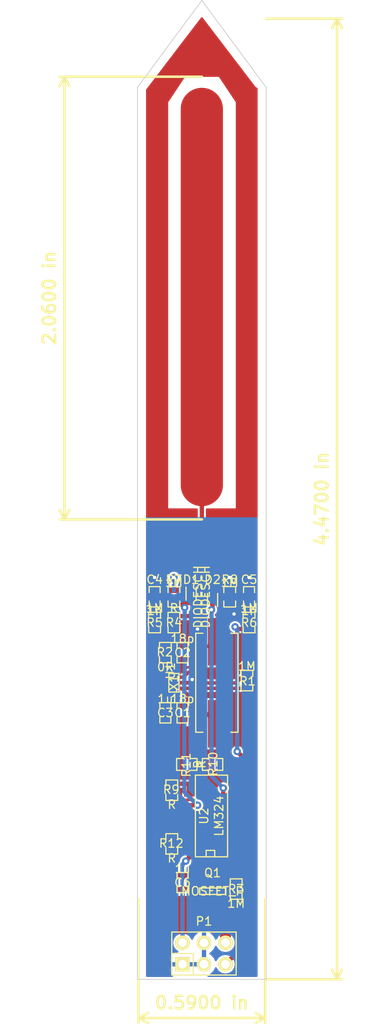
<source format=kicad_pcb>
(kicad_pcb (version 4) (host pcbnew "(2015-02-15 BZR 5420)-product")

  (general
    (links 52)
    (no_connects 7)
    (area 149.809999 21.412999 165.150001 137.210001)
    (thickness 1.6)
    (drawings 14)
    (tracks 171)
    (zones 0)
    (modules 25)
    (nets 20)
  )

  (page A4)
  (layers
    (0 F.Cu signal)
    (31 B.Cu signal)
    (32 B.Adhes user)
    (33 F.Adhes user)
    (34 B.Paste user)
    (35 F.Paste user)
    (36 B.SilkS user)
    (37 F.SilkS user)
    (38 B.Mask user)
    (39 F.Mask user)
    (40 Dwgs.User user)
    (41 Cmts.User user)
    (42 Eco1.User user)
    (43 Eco2.User user)
    (44 Edge.Cuts user)
    (45 Margin user)
    (46 B.CrtYd user)
    (47 F.CrtYd user)
    (48 B.Fab user)
    (49 F.Fab user)
  )

  (setup
    (last_trace_width 5)
    (user_trace_width 0.4064)
    (user_trace_width 0.508)
    (user_trace_width 1.27)
    (user_trace_width 5)
    (trace_clearance 0.2286)
    (zone_clearance 0.2286)
    (zone_45_only no)
    (trace_min 0.254)
    (segment_width 0.2)
    (edge_width 0.1)
    (via_size 0.889)
    (via_drill 0.4)
    (via_min_size 0.889)
    (via_min_drill 0.4)
    (uvia_size 0.508)
    (uvia_drill 0.127)
    (uvias_allowed no)
    (uvia_min_size 0.4572)
    (uvia_min_drill 0.127)
    (pcb_text_width 0.3)
    (pcb_text_size 1.5 1.5)
    (mod_edge_width 0.15)
    (mod_text_size 1 1)
    (mod_text_width 0.15)
    (pad_size 1.5 1.5)
    (pad_drill 0.6)
    (pad_to_mask_clearance 0)
    (aux_axis_origin 0 0)
    (visible_elements FFFEFF7F)
    (pcbplotparams
      (layerselection 0x00030_80000001)
      (usegerberextensions false)
      (excludeedgelayer true)
      (linewidth 0.100000)
      (plotframeref false)
      (viasonmask false)
      (mode 1)
      (useauxorigin false)
      (hpglpennumber 1)
      (hpglpenspeed 20)
      (hpglpendiameter 15)
      (hpglpenoverlay 2)
      (psnegative false)
      (psa4output false)
      (plotreference true)
      (plotvalue true)
      (plotinvisibletext false)
      (padsonsilk false)
      (subtractmaskfromsilk false)
      (outputformat 1)
      (mirror false)
      (drillshape 1)
      (scaleselection 1)
      (outputdirectory ""))
  )

  (net 0 "")
  (net 1 "Net-(C1-Pad1)")
  (net 2 GND)
  (net 3 "Net-(C2-Pad1)")
  (net 4 VCC)
  (net 5 /SENSE_LOW)
  (net 6 /SENSE_HIGH)
  (net 7 /SENSOR_TRACK)
  (net 8 /~ENABLE)
  (net 9 VDD)
  (net 10 "Net-(R1-Pad1)")
  (net 11 "Net-(R4-Pad2)")
  (net 12 "Net-(R12-Pad2)")
  (net 13 "Net-(R9-Pad2)")
  (net 14 "Net-(R10-Pad1)")
  (net 15 "Net-(R10-Pad2)")
  (net 16 /OUT)
  (net 17 "Net-(U2-Pad1)")
  (net 18 "Net-(U2-Pad2)")
  (net 19 "Net-(U2-Pad3)")

  (net_class Default "This is the default net class."
    (clearance 0.2286)
    (trace_width 0.254)
    (via_dia 0.889)
    (via_drill 0.4)
    (uvia_dia 0.508)
    (uvia_drill 0.127)
    (add_net /OUT)
    (add_net /SENSE_HIGH)
    (add_net /SENSE_LOW)
    (add_net /SENSOR_TRACK)
    (add_net /~ENABLE)
    (add_net GND)
    (add_net "Net-(C1-Pad1)")
    (add_net "Net-(C2-Pad1)")
    (add_net "Net-(R1-Pad1)")
    (add_net "Net-(R10-Pad1)")
    (add_net "Net-(R10-Pad2)")
    (add_net "Net-(R12-Pad2)")
    (add_net "Net-(R4-Pad2)")
    (add_net "Net-(R9-Pad2)")
    (add_net "Net-(U2-Pad1)")
    (add_net "Net-(U2-Pad2)")
    (add_net "Net-(U2-Pad3)")
    (add_net VCC)
    (add_net VDD)
  )

  (module SMD_Packages:SMD-0603_c placed (layer F.Cu) (tedit 54D226C6) (tstamp 54D22707)
    (at 155.194 105.664 270)
    (path /54D21881)
    (attr smd)
    (fp_text reference C1 (at 0 0 360) (layer F.SilkS)
      (effects (font (size 1 1) (thickness 0.15)))
    )
    (fp_text value 18p (at -1.651 0 360) (layer F.SilkS)
      (effects (font (size 1 1) (thickness 0.15)))
    )
    (fp_line (start 0.50038 0.65024) (end 1.19888 0.65024) (layer F.SilkS) (width 0.15))
    (fp_line (start -0.50038 0.65024) (end -1.19888 0.65024) (layer F.SilkS) (width 0.15))
    (fp_line (start 0.50038 -0.65024) (end 1.19888 -0.65024) (layer F.SilkS) (width 0.15))
    (fp_line (start -1.19888 -0.65024) (end -0.50038 -0.65024) (layer F.SilkS) (width 0.15))
    (fp_line (start 1.19888 -0.635) (end 1.19888 0.635) (layer F.SilkS) (width 0.15))
    (fp_line (start -1.19888 0.635) (end -1.19888 -0.635) (layer F.SilkS) (width 0.15))
    (pad 1 smd rect (at -0.762 0 270) (size 0.635 1.143) (layers F.Cu F.Paste F.Mask)
      (net 1 "Net-(C1-Pad1)"))
    (pad 2 smd rect (at 0.762 0 270) (size 0.635 1.143) (layers F.Cu F.Paste F.Mask)
      (net 2 GND))
    (model Capacitors_SMD/C_0603.wrl
      (at (xyz 0 0 0.001))
      (scale (xyz 1 1 1))
      (rotate (xyz 0 0 0))
    )
  )

  (module Transistors_SMD:sc70-6 placed (layer F.Cu) (tedit 54D226C6) (tstamp 54D22776)
    (at 154.178 102.108 90)
    (descr SC70-6)
    (path /54D21739)
    (attr smd)
    (fp_text reference U1 (at 1.4 -0.4 90) (layer F.SilkS)
      (effects (font (size 1 1) (thickness 0.15)))
    )
    (fp_text value NC7WZU04P6 (at 2.2 0.2 90) (layer F.SilkS) hide
      (effects (font (size 1 1) (thickness 0.15)))
    )
    (fp_line (start -1.1 0.3) (end -0.8 0.3) (layer F.SilkS) (width 0.15))
    (fp_line (start -0.8 0.3) (end -0.8 0.6) (layer F.SilkS) (width 0.15))
    (fp_line (start 1.1 0.6) (end 1.1 -0.6) (layer F.SilkS) (width 0.15))
    (fp_line (start -1.1 -0.6) (end -1.1 0.6) (layer F.SilkS) (width 0.15))
    (fp_line (start -1.1 0.6) (end 1.1 0.6) (layer F.SilkS) (width 0.15))
    (fp_line (start 1.1 -0.6) (end -1.1 -0.6) (layer F.SilkS) (width 0.15))
    (pad 1 smd rect (at -0.6604 1.016 90) (size 0.4064 0.6604) (layers F.Cu F.Paste F.Mask)
      (net 1 "Net-(C1-Pad1)"))
    (pad 3 smd rect (at 0.6604 1.016 90) (size 0.4064 0.6604) (layers F.Cu F.Paste F.Mask)
      (net 10 "Net-(R1-Pad1)"))
    (pad 2 smd rect (at 0 1.016 90) (size 0.4064 0.6604) (layers F.Cu F.Paste F.Mask)
      (net 2 GND))
    (pad 4 smd rect (at 0.6604 -1.016 90) (size 0.4064 0.6604) (layers F.Cu F.Paste F.Mask)
      (net 11 "Net-(R4-Pad2)"))
    (pad 6 smd rect (at -0.6604 -1.016 90) (size 0.4064 0.6604) (layers F.Cu F.Paste F.Mask)
      (net 10 "Net-(R1-Pad1)"))
    (pad 5 smd rect (at 0 -1.016 90) (size 0.4064 0.6604) (layers F.Cu F.Paste F.Mask)
      (net 4 VCC))
    (model Transistors_SMD/sc70-6.wrl
      (at (xyz 0 0 0))
      (scale (xyz 1 1 1))
      (rotate (xyz 0 0 0))
    )
  )

  (module SMD_Packages:SMD-0603_r placed (layer F.Cu) (tedit 54D226C6) (tstamp 54D22742)
    (at 162.814 101.854 270)
    (path /54D2193D)
    (attr smd)
    (fp_text reference R1 (at 0.0635 -0.0635 360) (layer F.SilkS)
      (effects (font (size 1 1) (thickness 0.15)))
    )
    (fp_text value 1M (at -1.69926 0 360) (layer F.SilkS)
      (effects (font (size 1 1) (thickness 0.15)))
    )
    (fp_line (start -0.50038 -0.6985) (end -1.2065 -0.6985) (layer F.SilkS) (width 0.15))
    (fp_line (start -1.2065 -0.6985) (end -1.2065 0.6985) (layer F.SilkS) (width 0.15))
    (fp_line (start -1.2065 0.6985) (end -0.50038 0.6985) (layer F.SilkS) (width 0.15))
    (fp_line (start 1.2065 -0.6985) (end 0.50038 -0.6985) (layer F.SilkS) (width 0.15))
    (fp_line (start 1.2065 -0.6985) (end 1.2065 0.6985) (layer F.SilkS) (width 0.15))
    (fp_line (start 1.2065 0.6985) (end 0.50038 0.6985) (layer F.SilkS) (width 0.15))
    (pad 1 smd rect (at -0.762 0 270) (size 0.635 1.143) (layers F.Cu F.Paste F.Mask)
      (net 10 "Net-(R1-Pad1)"))
    (pad 2 smd rect (at 0.762 0 270) (size 0.635 1.143) (layers F.Cu F.Paste F.Mask)
      (net 1 "Net-(C1-Pad1)"))
    (model Resistors_SMD/R_0603.wrl
      (at (xyz 0 0 0.001))
      (scale (xyz 1 1 1))
      (rotate (xyz 0 0 0))
    )
  )

  (module SMD_Packages:SMD-0603_c placed (layer F.Cu) (tedit 54D226C6) (tstamp 54D22713)
    (at 153.162 105.664 270)
    (path /54D21E5C)
    (attr smd)
    (fp_text reference C3 (at 0 0 360) (layer F.SilkS)
      (effects (font (size 1 1) (thickness 0.15)))
    )
    (fp_text value 1u (at -1.651 0 360) (layer F.SilkS)
      (effects (font (size 1 1) (thickness 0.15)))
    )
    (fp_line (start 0.50038 0.65024) (end 1.19888 0.65024) (layer F.SilkS) (width 0.15))
    (fp_line (start -0.50038 0.65024) (end -1.19888 0.65024) (layer F.SilkS) (width 0.15))
    (fp_line (start 0.50038 -0.65024) (end 1.19888 -0.65024) (layer F.SilkS) (width 0.15))
    (fp_line (start -1.19888 -0.65024) (end -0.50038 -0.65024) (layer F.SilkS) (width 0.15))
    (fp_line (start 1.19888 -0.635) (end 1.19888 0.635) (layer F.SilkS) (width 0.15))
    (fp_line (start -1.19888 0.635) (end -1.19888 -0.635) (layer F.SilkS) (width 0.15))
    (pad 1 smd rect (at -0.762 0 270) (size 0.635 1.143) (layers F.Cu F.Paste F.Mask)
      (net 4 VCC))
    (pad 2 smd rect (at 0.762 0 270) (size 0.635 1.143) (layers F.Cu F.Paste F.Mask)
      (net 2 GND))
    (model Capacitors_SMD/C_0603.wrl
      (at (xyz 0 0 0.001))
      (scale (xyz 1 1 1))
      (rotate (xyz 0 0 0))
    )
  )

  (module Crystals:Crystal_HC49-SD_SMD placed (layer F.Cu) (tedit 54D226C6) (tstamp 54D2277C)
    (at 159.258 102.108 90)
    (descr "Crystal, Quarz, HC49-SD, SMD,")
    (tags "Crystal, Quarz, HC49-SD, SMD,")
    (path /54D213EA)
    (attr smd)
    (fp_text reference X1 (at 0 -5.08 90) (layer F.SilkS)
      (effects (font (size 1 1) (thickness 0.15)))
    )
    (fp_text value 16MHz (at 2.54 5.08 90) (layer F.SilkS) hide
      (effects (font (size 1 1) (thickness 0.15)))
    )
    (fp_circle (center 0 0) (end 0.8509 0) (layer F.Adhes) (width 0.381))
    (fp_circle (center 0 0) (end 0.50038 0) (layer F.Adhes) (width 0.381))
    (fp_circle (center 0 0) (end 0.14986 0.0508) (layer F.Adhes) (width 0.381))
    (fp_line (start -5.84962 2.49936) (end 5.84962 2.49936) (layer F.SilkS) (width 0.15))
    (fp_line (start 5.84962 -2.49936) (end -5.84962 -2.49936) (layer F.SilkS) (width 0.15))
    (fp_line (start 5.84962 2.49936) (end 5.84962 1.651) (layer F.SilkS) (width 0.15))
    (fp_line (start 5.84962 -2.49936) (end 5.84962 -1.651) (layer F.SilkS) (width 0.15))
    (fp_line (start -5.84962 2.49936) (end -5.84962 1.651) (layer F.SilkS) (width 0.15))
    (fp_line (start -5.84962 -2.49936) (end -5.84962 -1.651) (layer F.SilkS) (width 0.15))
    (pad 1 smd rect (at -4.84886 0 90) (size 5.6007 2.10058) (layers F.Cu F.Paste F.Mask)
      (net 1 "Net-(C1-Pad1)"))
    (pad 2 smd rect (at 4.84886 0 90) (size 5.6007 2.10058) (layers F.Cu F.Paste F.Mask)
      (net 3 "Net-(C2-Pad1)"))
    (model ../../usr/local/share/kicad/modules/packages3d/Crystals_Oscillators_SMD/Q_49U3HMS.wrl
      (at (xyz 0 0 0))
      (scale (xyz 1 1 1))
      (rotate (xyz 0 0 0))
    )
  )

  (module SMD_Packages:SMD-0603_c placed (layer F.Cu) (tedit 54D226C6) (tstamp 54D2270D)
    (at 155.194 98.552 270)
    (path /54D218DE)
    (attr smd)
    (fp_text reference C2 (at 0 0 360) (layer F.SilkS)
      (effects (font (size 1 1) (thickness 0.15)))
    )
    (fp_text value 18p (at -1.651 0 360) (layer F.SilkS)
      (effects (font (size 1 1) (thickness 0.15)))
    )
    (fp_line (start 0.50038 0.65024) (end 1.19888 0.65024) (layer F.SilkS) (width 0.15))
    (fp_line (start -0.50038 0.65024) (end -1.19888 0.65024) (layer F.SilkS) (width 0.15))
    (fp_line (start 0.50038 -0.65024) (end 1.19888 -0.65024) (layer F.SilkS) (width 0.15))
    (fp_line (start -1.19888 -0.65024) (end -0.50038 -0.65024) (layer F.SilkS) (width 0.15))
    (fp_line (start 1.19888 -0.635) (end 1.19888 0.635) (layer F.SilkS) (width 0.15))
    (fp_line (start -1.19888 0.635) (end -1.19888 -0.635) (layer F.SilkS) (width 0.15))
    (pad 1 smd rect (at -0.762 0 270) (size 0.635 1.143) (layers F.Cu F.Paste F.Mask)
      (net 3 "Net-(C2-Pad1)"))
    (pad 2 smd rect (at 0.762 0 270) (size 0.635 1.143) (layers F.Cu F.Paste F.Mask)
      (net 2 GND))
    (model Capacitors_SMD/C_0603.wrl
      (at (xyz 0 0 0.001))
      (scale (xyz 1 1 1))
      (rotate (xyz 0 0 0))
    )
  )

  (module SMD_Packages:SMD-0603_r placed (layer F.Cu) (tedit 54D226C6) (tstamp 54D22748)
    (at 153.162 98.552 90)
    (path /54D21994)
    (attr smd)
    (fp_text reference R2 (at 0.0635 -0.0635 180) (layer F.SilkS)
      (effects (font (size 1 1) (thickness 0.15)))
    )
    (fp_text value 0R (at -1.69926 0 180) (layer F.SilkS)
      (effects (font (size 1 1) (thickness 0.15)))
    )
    (fp_line (start -0.50038 -0.6985) (end -1.2065 -0.6985) (layer F.SilkS) (width 0.15))
    (fp_line (start -1.2065 -0.6985) (end -1.2065 0.6985) (layer F.SilkS) (width 0.15))
    (fp_line (start -1.2065 0.6985) (end -0.50038 0.6985) (layer F.SilkS) (width 0.15))
    (fp_line (start 1.2065 -0.6985) (end 0.50038 -0.6985) (layer F.SilkS) (width 0.15))
    (fp_line (start 1.2065 -0.6985) (end 1.2065 0.6985) (layer F.SilkS) (width 0.15))
    (fp_line (start 1.2065 0.6985) (end 0.50038 0.6985) (layer F.SilkS) (width 0.15))
    (pad 1 smd rect (at -0.762 0 90) (size 0.635 1.143) (layers F.Cu F.Paste F.Mask)
      (net 10 "Net-(R1-Pad1)"))
    (pad 2 smd rect (at 0.762 0 90) (size 0.635 1.143) (layers F.Cu F.Paste F.Mask)
      (net 3 "Net-(C2-Pad1)"))
    (model Resistors_SMD/R_0603.wrl
      (at (xyz 0 0 0.001))
      (scale (xyz 1 1 1))
      (rotate (xyz 0 0 0))
    )
  )

  (module SMD_Packages:SMD-0603_r placed (layer F.Cu) (tedit 54D226C6) (tstamp 54D24D89)
    (at 154.178 94.996 270)
    (path /54D2209D)
    (attr smd)
    (fp_text reference R4 (at 0 0 360) (layer F.SilkS)
      (effects (font (size 1 1) (thickness 0.15)))
    )
    (fp_text value R (at -1.69926 0 360) (layer F.SilkS)
      (effects (font (size 1 1) (thickness 0.15)))
    )
    (fp_line (start -0.50038 -0.6985) (end -1.2065 -0.6985) (layer F.SilkS) (width 0.15))
    (fp_line (start -1.2065 -0.6985) (end -1.2065 0.6985) (layer F.SilkS) (width 0.15))
    (fp_line (start -1.2065 0.6985) (end -0.50038 0.6985) (layer F.SilkS) (width 0.15))
    (fp_line (start 1.2065 -0.6985) (end 0.50038 -0.6985) (layer F.SilkS) (width 0.15))
    (fp_line (start 1.2065 -0.6985) (end 1.2065 0.6985) (layer F.SilkS) (width 0.15))
    (fp_line (start 1.2065 0.6985) (end 0.50038 0.6985) (layer F.SilkS) (width 0.15))
    (pad 1 smd rect (at -0.762 0 270) (size 0.635 1.143) (layers F.Cu F.Paste F.Mask)
      (net 7 /SENSOR_TRACK))
    (pad 2 smd rect (at 0.762 0 270) (size 0.635 1.143) (layers F.Cu F.Paste F.Mask)
      (net 11 "Net-(R4-Pad2)"))
    (model Resistors_SMD/R_0603.wrl
      (at (xyz 0 0 0.001))
      (scale (xyz 1 1 1))
      (rotate (xyz 0 0 0))
    )
  )

  (module SMD_Packages:SMD-0603_c placed (layer F.Cu) (tedit 54D226C6) (tstamp 54D22719)
    (at 151.892 91.948 90)
    (path /54D2222A)
    (attr smd)
    (fp_text reference C4 (at 2.032 0 180) (layer F.SilkS)
      (effects (font (size 1 1) (thickness 0.15)))
    )
    (fp_text value 1n (at -1.651 0 180) (layer F.SilkS)
      (effects (font (size 1 1) (thickness 0.15)))
    )
    (fp_line (start 0.50038 0.65024) (end 1.19888 0.65024) (layer F.SilkS) (width 0.15))
    (fp_line (start -0.50038 0.65024) (end -1.19888 0.65024) (layer F.SilkS) (width 0.15))
    (fp_line (start 0.50038 -0.65024) (end 1.19888 -0.65024) (layer F.SilkS) (width 0.15))
    (fp_line (start -1.19888 -0.65024) (end -0.50038 -0.65024) (layer F.SilkS) (width 0.15))
    (fp_line (start 1.19888 -0.635) (end 1.19888 0.635) (layer F.SilkS) (width 0.15))
    (fp_line (start -1.19888 0.635) (end -1.19888 -0.635) (layer F.SilkS) (width 0.15))
    (pad 1 smd rect (at -0.762 0 90) (size 0.635 1.143) (layers F.Cu F.Paste F.Mask)
      (net 5 /SENSE_LOW))
    (pad 2 smd rect (at 0.762 0 90) (size 0.635 1.143) (layers F.Cu F.Paste F.Mask)
      (net 2 GND))
    (model Capacitors_SMD/C_0603.wrl
      (at (xyz 0 0 0))
      (scale (xyz 1 1 1))
      (rotate (xyz 0 0 0))
    )
  )

  (module SMD_Packages:SMD-0603_c placed (layer F.Cu) (tedit 54D226C6) (tstamp 54D2271F)
    (at 163.068 91.948 90)
    (path /54D22484)
    (attr smd)
    (fp_text reference C5 (at 2.032 0 180) (layer F.SilkS)
      (effects (font (size 1 1) (thickness 0.15)))
    )
    (fp_text value 1n (at -1.651 0 180) (layer F.SilkS)
      (effects (font (size 1 1) (thickness 0.15)))
    )
    (fp_line (start 0.50038 0.65024) (end 1.19888 0.65024) (layer F.SilkS) (width 0.15))
    (fp_line (start -0.50038 0.65024) (end -1.19888 0.65024) (layer F.SilkS) (width 0.15))
    (fp_line (start 0.50038 -0.65024) (end 1.19888 -0.65024) (layer F.SilkS) (width 0.15))
    (fp_line (start -1.19888 -0.65024) (end -0.50038 -0.65024) (layer F.SilkS) (width 0.15))
    (fp_line (start 1.19888 -0.635) (end 1.19888 0.635) (layer F.SilkS) (width 0.15))
    (fp_line (start -1.19888 0.635) (end -1.19888 -0.635) (layer F.SilkS) (width 0.15))
    (pad 1 smd rect (at -0.762 0 90) (size 0.635 1.143) (layers F.Cu F.Paste F.Mask)
      (net 6 /SENSE_HIGH))
    (pad 2 smd rect (at 0.762 0 90) (size 0.635 1.143) (layers F.Cu F.Paste F.Mask)
      (net 2 GND))
    (model Capacitors_SMD/C_0603.wrl
      (at (xyz 0 0 0.001))
      (scale (xyz 1 1 1))
      (rotate (xyz 0 0 0))
    )
  )

  (module Pin_Headers:Pin_Header_Straight_2x03 placed (layer F.Cu) (tedit 54D226C6) (tstamp 54D22735)
    (at 157.734 134.112)
    (descr "Through hole pin header")
    (tags "pin header")
    (path /54D22B40)
    (fp_text reference P1 (at 0 -3.81) (layer F.SilkS)
      (effects (font (size 1 1) (thickness 0.15)))
    )
    (fp_text value CONN_01X06 (at 0 0) (layer F.SilkS) hide
      (effects (font (size 1 1) (thickness 0.15)))
    )
    (fp_line (start -3.81 0) (end -1.27 0) (layer F.SilkS) (width 0.15))
    (fp_line (start -1.27 0) (end -1.27 2.54) (layer F.SilkS) (width 0.15))
    (fp_line (start -3.81 2.54) (end 3.81 2.54) (layer F.SilkS) (width 0.15))
    (fp_line (start 3.81 2.54) (end 3.81 -2.54) (layer F.SilkS) (width 0.15))
    (fp_line (start 3.81 -2.54) (end -1.27 -2.54) (layer F.SilkS) (width 0.15))
    (fp_line (start -3.81 2.54) (end -3.81 0) (layer F.SilkS) (width 0.15))
    (fp_line (start -3.81 -2.54) (end -3.81 0) (layer F.SilkS) (width 0.15))
    (fp_line (start -1.27 -2.54) (end -3.81 -2.54) (layer F.SilkS) (width 0.15))
    (pad 1 thru_hole rect (at -2.54 1.27) (size 1.7272 1.7272) (drill 1.016) (layers *.Cu *.Mask F.SilkS)
      (net 2 GND))
    (pad 2 thru_hole oval (at -2.54 -1.27) (size 1.7272 1.7272) (drill 1.016) (layers *.Cu *.Mask F.SilkS)
      (net 16 /OUT))
    (pad 3 thru_hole oval (at 0 1.27) (size 1.7272 1.7272) (drill 1.016) (layers *.Cu *.Mask F.SilkS)
      (net 2 GND))
    (pad 4 thru_hole oval (at 0 -1.27) (size 1.7272 1.7272) (drill 1.016) (layers *.Cu *.Mask F.SilkS)
      (net 2 GND))
    (pad 5 thru_hole oval (at 2.54 1.27) (size 1.7272 1.7272) (drill 1.016) (layers *.Cu *.Mask F.SilkS)
      (net 8 /~ENABLE))
    (pad 6 thru_hole oval (at 2.54 -1.27) (size 1.7272 1.7272) (drill 1.016) (layers *.Cu *.Mask F.SilkS)
      (net 9 VDD))
    (model Pin_Headers/Pin_Header_Straight_2x03.wrl
      (at (xyz 0 0 0))
      (scale (xyz 1 1 1))
      (rotate (xyz 0 0 0))
    )
  )

  (module SMD_Packages:SOT-23-GDS placed (layer F.Cu) (tedit 54D226C6) (tstamp 54D2AE9D)
    (at 158.75 126.746)
    (descr "Module CMS SOT23 Transistore EBC")
    (tags "CMS SOT")
    (path /54D22CB3)
    (attr smd)
    (fp_text reference Q1 (at 0 -2.159) (layer F.SilkS)
      (effects (font (size 1 1) (thickness 0.15)))
    )
    (fp_text value MOSFET_P (at 0 0) (layer F.SilkS)
      (effects (font (size 1 1) (thickness 0.15)))
    )
    (fp_line (start -1.524 -0.381) (end 1.524 -0.381) (layer F.SilkS) (width 0.15))
    (fp_line (start 1.524 -0.381) (end 1.524 0.381) (layer F.SilkS) (width 0.15))
    (fp_line (start 1.524 0.381) (end -1.524 0.381) (layer F.SilkS) (width 0.15))
    (fp_line (start -1.524 0.381) (end -1.524 -0.381) (layer F.SilkS) (width 0.15))
    (pad S smd rect (at -0.889 -1.016) (size 0.9144 0.9144) (layers F.Cu F.Paste F.Mask)
      (net 4 VCC))
    (pad G smd rect (at 0.889 -1.016) (size 0.9144 0.9144) (layers F.Cu F.Paste F.Mask)
      (net 8 /~ENABLE))
    (pad D smd rect (at 0 1.016) (size 0.9144 0.9144) (layers F.Cu F.Paste F.Mask)
      (net 9 VDD))
    (model SMD_Packages/SOT-23-GDS.wrl
      (at (xyz 0 0 0))
      (scale (xyz 0.13 0.15 0.15))
      (rotate (xyz 0 0 0))
    )
  )

  (module SMD_Packages:SMD-0603_r placed (layer F.Cu) (tedit 54D226C6) (tstamp 54D2AE91)
    (at 161.544 126.492 90)
    (path /54D22EA4)
    (attr smd)
    (fp_text reference R3 (at 0 0 180) (layer F.SilkS)
      (effects (font (size 1 1) (thickness 0.15)))
    )
    (fp_text value 1M (at -1.69926 0 180) (layer F.SilkS)
      (effects (font (size 1 1) (thickness 0.15)))
    )
    (fp_line (start -0.50038 -0.6985) (end -1.2065 -0.6985) (layer F.SilkS) (width 0.15))
    (fp_line (start -1.2065 -0.6985) (end -1.2065 0.6985) (layer F.SilkS) (width 0.15))
    (fp_line (start -1.2065 0.6985) (end -0.50038 0.6985) (layer F.SilkS) (width 0.15))
    (fp_line (start 1.2065 -0.6985) (end 0.50038 -0.6985) (layer F.SilkS) (width 0.15))
    (fp_line (start 1.2065 -0.6985) (end 1.2065 0.6985) (layer F.SilkS) (width 0.15))
    (fp_line (start 1.2065 0.6985) (end 0.50038 0.6985) (layer F.SilkS) (width 0.15))
    (pad 1 smd rect (at -0.762 0 90) (size 0.635 1.143) (layers F.Cu F.Paste F.Mask)
      (net 9 VDD))
    (pad 2 smd rect (at 0.762 0 90) (size 0.635 1.143) (layers F.Cu F.Paste F.Mask)
      (net 8 /~ENABLE))
    (model Resistors_SMD/R_0603.wrl
      (at (xyz 0 0 0.001))
      (scale (xyz 1 1 1))
      (rotate (xyz 0 0 0))
    )
  )

  (module SMD_Packages:SMD-0603_r placed (layer F.Cu) (tedit 54D226C6) (tstamp 54D2275A)
    (at 151.892 94.996 270)
    (path /54D22174)
    (attr smd)
    (fp_text reference R5 (at 0 0 360) (layer F.SilkS)
      (effects (font (size 1 1) (thickness 0.15)))
    )
    (fp_text value 1M (at -1.69926 0 360) (layer F.SilkS)
      (effects (font (size 1 1) (thickness 0.15)))
    )
    (fp_line (start -0.50038 -0.6985) (end -1.2065 -0.6985) (layer F.SilkS) (width 0.15))
    (fp_line (start -1.2065 -0.6985) (end -1.2065 0.6985) (layer F.SilkS) (width 0.15))
    (fp_line (start -1.2065 0.6985) (end -0.50038 0.6985) (layer F.SilkS) (width 0.15))
    (fp_line (start 1.2065 -0.6985) (end 0.50038 -0.6985) (layer F.SilkS) (width 0.15))
    (fp_line (start 1.2065 -0.6985) (end 1.2065 0.6985) (layer F.SilkS) (width 0.15))
    (fp_line (start 1.2065 0.6985) (end 0.50038 0.6985) (layer F.SilkS) (width 0.15))
    (pad 1 smd rect (at -0.762 0 270) (size 0.635 1.143) (layers F.Cu F.Paste F.Mask)
      (net 5 /SENSE_LOW))
    (pad 2 smd rect (at 0.762 0 270) (size 0.635 1.143) (layers F.Cu F.Paste F.Mask)
      (net 4 VCC))
    (model Resistors_SMD/R_0603.wrl
      (at (xyz 0 0 0.001))
      (scale (xyz 1 1 1))
      (rotate (xyz 0 0 0))
    )
  )

  (module SMD_Packages:SMD-0603_r placed (layer F.Cu) (tedit 54D226C6) (tstamp 54D22760)
    (at 163.068 94.996 270)
    (path /54D2252C)
    (attr smd)
    (fp_text reference R6 (at 0 0 360) (layer F.SilkS)
      (effects (font (size 1 1) (thickness 0.15)))
    )
    (fp_text value 1M (at -1.69926 0 360) (layer F.SilkS)
      (effects (font (size 1 1) (thickness 0.15)))
    )
    (fp_line (start -0.50038 -0.6985) (end -1.2065 -0.6985) (layer F.SilkS) (width 0.15))
    (fp_line (start -1.2065 -0.6985) (end -1.2065 0.6985) (layer F.SilkS) (width 0.15))
    (fp_line (start -1.2065 0.6985) (end -0.50038 0.6985) (layer F.SilkS) (width 0.15))
    (fp_line (start 1.2065 -0.6985) (end 0.50038 -0.6985) (layer F.SilkS) (width 0.15))
    (fp_line (start 1.2065 -0.6985) (end 1.2065 0.6985) (layer F.SilkS) (width 0.15))
    (fp_line (start 1.2065 0.6985) (end 0.50038 0.6985) (layer F.SilkS) (width 0.15))
    (pad 1 smd rect (at -0.762 0 270) (size 0.635 1.143) (layers F.Cu F.Paste F.Mask)
      (net 6 /SENSE_HIGH))
    (pad 2 smd rect (at 0.762 0 270) (size 0.635 1.143) (layers F.Cu F.Paste F.Mask)
      (net 4 VCC))
    (model Resistors_SMD/R_0603.wrl
      (at (xyz 0 0 0.001))
      (scale (xyz 1 1 1))
      (rotate (xyz 0 0 0))
    )
  )

  (module SMD_Packages:SMD-0603_r placed (layer F.Cu) (tedit 54D226C6) (tstamp 54D22766)
    (at 154.178 91.948 270)
    (path /54D222F8)
    (attr smd)
    (fp_text reference R7 (at -2.032 0 360) (layer F.SilkS)
      (effects (font (size 1 1) (thickness 0.15)))
    )
    (fp_text value 1M (at -1.69926 0 360) (layer F.SilkS)
      (effects (font (size 1 1) (thickness 0.15)))
    )
    (fp_line (start -0.50038 -0.6985) (end -1.2065 -0.6985) (layer F.SilkS) (width 0.15))
    (fp_line (start -1.2065 -0.6985) (end -1.2065 0.6985) (layer F.SilkS) (width 0.15))
    (fp_line (start -1.2065 0.6985) (end -0.50038 0.6985) (layer F.SilkS) (width 0.15))
    (fp_line (start 1.2065 -0.6985) (end 0.50038 -0.6985) (layer F.SilkS) (width 0.15))
    (fp_line (start 1.2065 -0.6985) (end 1.2065 0.6985) (layer F.SilkS) (width 0.15))
    (fp_line (start 1.2065 0.6985) (end 0.50038 0.6985) (layer F.SilkS) (width 0.15))
    (pad 1 smd rect (at -0.762 0 270) (size 0.635 1.143) (layers F.Cu F.Paste F.Mask)
      (net 2 GND))
    (pad 2 smd rect (at 0.762 0 270) (size 0.635 1.143) (layers F.Cu F.Paste F.Mask)
      (net 5 /SENSE_LOW))
    (model Resistors_SMD/R_0603.wrl
      (at (xyz 0 0 0.001))
      (scale (xyz 1 1 1))
      (rotate (xyz 0 0 0))
    )
  )

  (module SMD_Packages:SMD-0603_r placed (layer F.Cu) (tedit 54D226C6) (tstamp 54D2276C)
    (at 160.782 91.948 270)
    (path /54D221C8)
    (attr smd)
    (fp_text reference R8 (at -2.032 0 360) (layer F.SilkS)
      (effects (font (size 1 1) (thickness 0.15)))
    )
    (fp_text value 1M (at -1.69926 0 360) (layer F.SilkS)
      (effects (font (size 1 1) (thickness 0.15)))
    )
    (fp_line (start -0.50038 -0.6985) (end -1.2065 -0.6985) (layer F.SilkS) (width 0.15))
    (fp_line (start -1.2065 -0.6985) (end -1.2065 0.6985) (layer F.SilkS) (width 0.15))
    (fp_line (start -1.2065 0.6985) (end -0.50038 0.6985) (layer F.SilkS) (width 0.15))
    (fp_line (start 1.2065 -0.6985) (end 0.50038 -0.6985) (layer F.SilkS) (width 0.15))
    (fp_line (start 1.2065 -0.6985) (end 1.2065 0.6985) (layer F.SilkS) (width 0.15))
    (fp_line (start 1.2065 0.6985) (end 0.50038 0.6985) (layer F.SilkS) (width 0.15))
    (pad 1 smd rect (at -0.762 0 270) (size 0.635 1.143) (layers F.Cu F.Paste F.Mask)
      (net 2 GND))
    (pad 2 smd rect (at 0.762 0 270) (size 0.635 1.143) (layers F.Cu F.Paste F.Mask)
      (net 6 /SENSE_HIGH))
    (model Resistors_SMD/R_0603.wrl
      (at (xyz 0 0 0.001))
      (scale (xyz 1 1 1))
      (rotate (xyz 0 0 0))
    )
  )

  (module SMD_Packages:SMD-0603_c (layer F.Cu) (tedit 54D24E80) (tstamp 54D2AEAA)
    (at 155.194 125.73 270)
    (path /54D2428C)
    (attr smd)
    (fp_text reference C6 (at 0 0 360) (layer F.SilkS)
      (effects (font (size 1 1) (thickness 0.15)))
    )
    (fp_text value 1u (at -1.651 0 360) (layer F.SilkS)
      (effects (font (size 1 1) (thickness 0.15)))
    )
    (fp_line (start 0.50038 0.65024) (end 1.19888 0.65024) (layer F.SilkS) (width 0.15))
    (fp_line (start -0.50038 0.65024) (end -1.19888 0.65024) (layer F.SilkS) (width 0.15))
    (fp_line (start 0.50038 -0.65024) (end 1.19888 -0.65024) (layer F.SilkS) (width 0.15))
    (fp_line (start -1.19888 -0.65024) (end -0.50038 -0.65024) (layer F.SilkS) (width 0.15))
    (fp_line (start 1.19888 -0.635) (end 1.19888 0.635) (layer F.SilkS) (width 0.15))
    (fp_line (start -1.19888 0.635) (end -1.19888 -0.635) (layer F.SilkS) (width 0.15))
    (pad 1 smd rect (at -0.762 0 270) (size 0.635 1.143) (layers F.Cu F.Paste F.Mask)
      (net 4 VCC))
    (pad 2 smd rect (at 0.762 0 270) (size 0.635 1.143) (layers F.Cu F.Paste F.Mask)
      (net 2 GND))
    (model Capacitors_SMD/C_0603.wrl
      (at (xyz 0 0 0.001))
      (scale (xyz 1 1 1))
      (rotate (xyz 0 0 0))
    )
  )

  (module SMD_Packages:SOD-523 (layer F.Cu) (tedit 54D255C3) (tstamp 54D25618)
    (at 156.21 91.948 90)
    (descr "http://www.diodes.com/datasheets/ap02001.pdf p.144")
    (tags "Diode SOD523")
    (path /54D21FCD)
    (fp_text reference D1 (at 2.032 0 180) (layer F.SilkS)
      (effects (font (size 1 1) (thickness 0.15)))
    )
    (fp_text value DIODESCH (at 0 1.7 90) (layer F.SilkS)
      (effects (font (size 1 1) (thickness 0.15)))
    )
    (fp_line (start -0.4 0.6) (end 1.15 0.6) (layer F.SilkS) (width 0.15))
    (fp_line (start -0.4 -0.6) (end 1.15 -0.6) (layer F.SilkS) (width 0.15))
    (pad 1 smd rect (at -0.7 0 90) (size 0.6 0.7) (layers F.Cu F.Paste F.Mask)
      (net 5 /SENSE_LOW))
    (pad 2 smd rect (at 0.7 0 90) (size 0.6 0.7) (layers F.Cu F.Paste F.Mask)
      (net 7 /SENSOR_TRACK))
  )

  (module SMD_Packages:SOD-523 (layer F.Cu) (tedit 54D255C3) (tstamp 54D2561D)
    (at 158.75 91.948 270)
    (descr "http://www.diodes.com/datasheets/ap02001.pdf p.144")
    (tags "Diode SOD523")
    (path /54D22068)
    (fp_text reference D2 (at -2.032 0 360) (layer F.SilkS)
      (effects (font (size 1 1) (thickness 0.15)))
    )
    (fp_text value DIODESCH (at 0 1.7 270) (layer F.SilkS)
      (effects (font (size 1 1) (thickness 0.15)))
    )
    (fp_line (start -0.4 0.6) (end 1.15 0.6) (layer F.SilkS) (width 0.15))
    (fp_line (start -0.4 -0.6) (end 1.15 -0.6) (layer F.SilkS) (width 0.15))
    (pad 1 smd rect (at -0.7 0 270) (size 0.6 0.7) (layers F.Cu F.Paste F.Mask)
      (net 7 /SENSOR_TRACK))
    (pad 2 smd rect (at 0.7 0 270) (size 0.6 0.7) (layers F.Cu F.Paste F.Mask)
      (net 6 /SENSE_HIGH))
  )

  (module SMD_Packages:SMD-0603_r (layer F.Cu) (tedit 54D2ACB4) (tstamp 54D2ADC0)
    (at 153.924 114.808 90)
    (path /54D2B12F)
    (attr smd)
    (fp_text reference R9 (at 0.0635 -0.0635 180) (layer F.SilkS)
      (effects (font (size 1 1) (thickness 0.15)))
    )
    (fp_text value R (at -1.69926 0 180) (layer F.SilkS)
      (effects (font (size 1 1) (thickness 0.15)))
    )
    (fp_line (start -0.50038 -0.6985) (end -1.2065 -0.6985) (layer F.SilkS) (width 0.15))
    (fp_line (start -1.2065 -0.6985) (end -1.2065 0.6985) (layer F.SilkS) (width 0.15))
    (fp_line (start -1.2065 0.6985) (end -0.50038 0.6985) (layer F.SilkS) (width 0.15))
    (fp_line (start 1.2065 -0.6985) (end 0.50038 -0.6985) (layer F.SilkS) (width 0.15))
    (fp_line (start 1.2065 -0.6985) (end 1.2065 0.6985) (layer F.SilkS) (width 0.15))
    (fp_line (start 1.2065 0.6985) (end 0.50038 0.6985) (layer F.SilkS) (width 0.15))
    (pad 1 smd rect (at -0.762 0 90) (size 0.635 1.143) (layers F.Cu F.Paste F.Mask)
      (net 12 "Net-(R12-Pad2)"))
    (pad 2 smd rect (at 0.762 0 90) (size 0.635 1.143) (layers F.Cu F.Paste F.Mask)
      (net 13 "Net-(R9-Pad2)"))
    (model Resistors_SMD/R_0603.wrl
      (at (xyz 0 0 0.001))
      (scale (xyz 1 1 1))
      (rotate (xyz 0 0 0))
    )
  )

  (module SMD_Packages:SMD-0603_r (layer F.Cu) (tedit 54D2ACB4) (tstamp 54D2ADCC)
    (at 158.75 111.76)
    (path /54D2B156)
    (attr smd)
    (fp_text reference R10 (at 0.0635 -0.0635 90) (layer F.SilkS)
      (effects (font (size 1 1) (thickness 0.15)))
    )
    (fp_text value R (at -1.69926 0 90) (layer F.SilkS)
      (effects (font (size 1 1) (thickness 0.15)))
    )
    (fp_line (start -0.50038 -0.6985) (end -1.2065 -0.6985) (layer F.SilkS) (width 0.15))
    (fp_line (start -1.2065 -0.6985) (end -1.2065 0.6985) (layer F.SilkS) (width 0.15))
    (fp_line (start -1.2065 0.6985) (end -0.50038 0.6985) (layer F.SilkS) (width 0.15))
    (fp_line (start 1.2065 -0.6985) (end 0.50038 -0.6985) (layer F.SilkS) (width 0.15))
    (fp_line (start 1.2065 -0.6985) (end 1.2065 0.6985) (layer F.SilkS) (width 0.15))
    (fp_line (start 1.2065 0.6985) (end 0.50038 0.6985) (layer F.SilkS) (width 0.15))
    (pad 1 smd rect (at -0.762 0) (size 0.635 1.143) (layers F.Cu F.Paste F.Mask)
      (net 14 "Net-(R10-Pad1)"))
    (pad 2 smd rect (at 0.762 0) (size 0.635 1.143) (layers F.Cu F.Paste F.Mask)
      (net 15 "Net-(R10-Pad2)"))
    (model Resistors_SMD/R_0603.wrl
      (at (xyz 0 0 0.001))
      (scale (xyz 1 1 1))
      (rotate (xyz 0 0 0))
    )
  )

  (module SMD_Packages:SMD-0603_r (layer F.Cu) (tedit 54D2ACB4) (tstamp 54D2ADD8)
    (at 155.702 111.76 180)
    (path /54D2B17D)
    (attr smd)
    (fp_text reference R11 (at 0.0635 -0.0635 270) (layer F.SilkS)
      (effects (font (size 1 1) (thickness 0.15)))
    )
    (fp_text value R (at -1.69926 0 270) (layer F.SilkS)
      (effects (font (size 1 1) (thickness 0.15)))
    )
    (fp_line (start -0.50038 -0.6985) (end -1.2065 -0.6985) (layer F.SilkS) (width 0.15))
    (fp_line (start -1.2065 -0.6985) (end -1.2065 0.6985) (layer F.SilkS) (width 0.15))
    (fp_line (start -1.2065 0.6985) (end -0.50038 0.6985) (layer F.SilkS) (width 0.15))
    (fp_line (start 1.2065 -0.6985) (end 0.50038 -0.6985) (layer F.SilkS) (width 0.15))
    (fp_line (start 1.2065 -0.6985) (end 1.2065 0.6985) (layer F.SilkS) (width 0.15))
    (fp_line (start 1.2065 0.6985) (end 0.50038 0.6985) (layer F.SilkS) (width 0.15))
    (pad 1 smd rect (at -0.762 0 180) (size 0.635 1.143) (layers F.Cu F.Paste F.Mask)
      (net 14 "Net-(R10-Pad1)"))
    (pad 2 smd rect (at 0.762 0 180) (size 0.635 1.143) (layers F.Cu F.Paste F.Mask)
      (net 2 GND))
    (model Resistors_SMD/R_0603.wrl
      (at (xyz 0 0 0.001))
      (scale (xyz 1 1 1))
      (rotate (xyz 0 0 0))
    )
  )

  (module SMD_Packages:SMD-0603_r (layer F.Cu) (tedit 54D2ACB4) (tstamp 54D2ADE4)
    (at 153.924 121.158 90)
    (path /54D2B42B)
    (attr smd)
    (fp_text reference R12 (at 0.0635 -0.0635 180) (layer F.SilkS)
      (effects (font (size 1 1) (thickness 0.15)))
    )
    (fp_text value R (at -1.69926 0 180) (layer F.SilkS)
      (effects (font (size 1 1) (thickness 0.15)))
    )
    (fp_line (start -0.50038 -0.6985) (end -1.2065 -0.6985) (layer F.SilkS) (width 0.15))
    (fp_line (start -1.2065 -0.6985) (end -1.2065 0.6985) (layer F.SilkS) (width 0.15))
    (fp_line (start -1.2065 0.6985) (end -0.50038 0.6985) (layer F.SilkS) (width 0.15))
    (fp_line (start 1.2065 -0.6985) (end 0.50038 -0.6985) (layer F.SilkS) (width 0.15))
    (fp_line (start 1.2065 -0.6985) (end 1.2065 0.6985) (layer F.SilkS) (width 0.15))
    (fp_line (start 1.2065 0.6985) (end 0.50038 0.6985) (layer F.SilkS) (width 0.15))
    (pad 1 smd rect (at -0.762 0 90) (size 0.635 1.143) (layers F.Cu F.Paste F.Mask)
      (net 16 /OUT))
    (pad 2 smd rect (at 0.762 0 90) (size 0.635 1.143) (layers F.Cu F.Paste F.Mask)
      (net 12 "Net-(R12-Pad2)"))
    (model Resistors_SMD/R_0603.wrl
      (at (xyz 0 0 0.001))
      (scale (xyz 1 1 1))
      (rotate (xyz 0 0 0))
    )
  )

  (module SMD_Packages:SOIC-14_W (layer F.Cu) (tedit 54D2ACB4) (tstamp 54D2ADE5)
    (at 158.496 117.856 90)
    (descr "module CMS SOJ 14 pins etroit")
    (tags "CMS SOJ")
    (path /54D2AB47)
    (attr smd)
    (fp_text reference U2 (at 0 -0.762 90) (layer F.SilkS)
      (effects (font (size 1 1) (thickness 0.15)))
    )
    (fp_text value LM324 (at 0 1.016 90) (layer F.SilkS)
      (effects (font (size 1 1) (thickness 0.15)))
    )
    (fp_line (start -4.826 -1.778) (end 4.826 -1.778) (layer F.SilkS) (width 0.15))
    (fp_line (start 4.826 -1.778) (end 4.826 2.032) (layer F.SilkS) (width 0.15))
    (fp_line (start 4.826 2.032) (end -4.826 2.032) (layer F.SilkS) (width 0.15))
    (fp_line (start -4.826 2.032) (end -4.826 -1.778) (layer F.SilkS) (width 0.15))
    (fp_line (start -4.826 -0.508) (end -4.064 -0.508) (layer F.SilkS) (width 0.15))
    (fp_line (start -4.064 -0.508) (end -4.064 0.508) (layer F.SilkS) (width 0.15))
    (fp_line (start -4.064 0.508) (end -4.826 0.508) (layer F.SilkS) (width 0.15))
    (pad 1 smd rect (at -3.81 2.794 90) (size 0.508 1.143) (layers F.Cu F.Paste F.Mask)
      (net 17 "Net-(U2-Pad1)"))
    (pad 2 smd rect (at -2.54 2.794 90) (size 0.508 1.143) (layers F.Cu F.Paste F.Mask)
      (net 18 "Net-(U2-Pad2)"))
    (pad 3 smd rect (at -1.27 2.794 90) (size 0.508 1.143) (layers F.Cu F.Paste F.Mask)
      (net 19 "Net-(U2-Pad3)"))
    (pad 4 smd rect (at 0 2.794 90) (size 0.508 1.143) (layers F.Cu F.Paste F.Mask)
      (net 4 VCC))
    (pad 5 smd rect (at 1.27 2.794 90) (size 0.508 1.143) (layers F.Cu F.Paste F.Mask)
      (net 6 /SENSE_HIGH))
    (pad 6 smd rect (at 2.54 2.794 90) (size 0.508 1.143) (layers F.Cu F.Paste F.Mask)
      (net 15 "Net-(R10-Pad2)"))
    (pad 7 smd rect (at 3.81 2.794 90) (size 0.508 1.143) (layers F.Cu F.Paste F.Mask)
      (net 15 "Net-(R10-Pad2)"))
    (pad 8 smd rect (at 3.81 -2.54 90) (size 0.508 1.143) (layers F.Cu F.Paste F.Mask)
      (net 13 "Net-(R9-Pad2)"))
    (pad 9 smd rect (at 2.54 -2.54 90) (size 0.508 1.143) (layers F.Cu F.Paste F.Mask)
      (net 13 "Net-(R9-Pad2)"))
    (pad 10 smd rect (at 1.27 -2.54 90) (size 0.508 1.143) (layers F.Cu F.Paste F.Mask)
      (net 5 /SENSE_LOW))
    (pad 11 smd rect (at 0 -2.54 90) (size 0.508 1.143) (layers F.Cu F.Paste F.Mask)
      (net 2 GND))
    (pad 12 smd rect (at -1.27 -2.54 90) (size 0.508 1.143) (layers F.Cu F.Paste F.Mask)
      (net 14 "Net-(R10-Pad1)"))
    (pad 13 smd rect (at -2.54 -2.54 90) (size 0.508 1.143) (layers F.Cu F.Paste F.Mask)
      (net 12 "Net-(R12-Pad2)"))
    (pad 14 smd rect (at -3.81 -2.54 90) (size 0.508 1.143) (layers F.Cu F.Paste F.Mask)
      (net 16 /OUT))
    (model SMD_Packages/SOIC-14_W.wrl
      (at (xyz 0 0 0))
      (scale (xyz 0.5 0.3 0.5))
      (rotate (xyz 0 0 0))
    )
  )

  (dimension 52.324 (width 0.3) (layer F.SilkS)
    (gr_text "52,324 mm" (at 139.874 56.642 270) (layer F.SilkS)
      (effects (font (size 1.5 1.5) (thickness 0.3)))
    )
    (feature1 (pts (xy 157.48 82.804) (xy 138.524 82.804)))
    (feature2 (pts (xy 157.48 30.48) (xy 138.524 30.48)))
    (crossbar (pts (xy 141.224 30.48) (xy 141.224 82.804)))
    (arrow1a (pts (xy 141.224 82.804) (xy 140.637579 81.677496)))
    (arrow1b (pts (xy 141.224 82.804) (xy 141.810421 81.677496)))
    (arrow2a (pts (xy 141.224 30.48) (xy 140.637579 31.606504)))
    (arrow2b (pts (xy 141.224 30.48) (xy 141.810421 31.606504)))
  )
  (gr_line (start 157.48 21.463) (end 149.86 31.75) (layer Edge.Cuts) (width 0.1))
  (gr_line (start 165.1 31.75) (end 157.48 21.463) (layer Edge.Cuts) (width 0.1))
  (dimension 113.538 (width 0.3) (layer F.SilkS)
    (gr_text "113,538 mm" (at 174.832 80.391 90) (layer F.SilkS)
      (effects (font (size 1.5 1.5) (thickness 0.3)))
    )
    (feature1 (pts (xy 165.1 23.622) (xy 176.182 23.622)))
    (feature2 (pts (xy 165.1 137.16) (xy 176.182 137.16)))
    (crossbar (pts (xy 173.482 137.16) (xy 173.482 23.622)))
    (arrow1a (pts (xy 173.482 23.622) (xy 174.068421 24.748504)))
    (arrow1b (pts (xy 173.482 23.622) (xy 172.895579 24.748504)))
    (arrow2a (pts (xy 173.482 137.16) (xy 174.068421 136.033496)))
    (arrow2b (pts (xy 173.482 137.16) (xy 172.895579 136.033496)))
  )
  (gr_line (start 165.1 133.35) (end 165.1 137.16) (angle 90) (layer Edge.Cuts) (width 0.1))
  (gr_line (start 149.86 133.35) (end 149.86 137.16) (angle 90) (layer Edge.Cuts) (width 0.1))
  (gr_line (start 149.86 133.35) (end 149.86 130.81) (angle 90) (layer Edge.Cuts) (width 0.1))
  (gr_line (start 165.1 137.16) (end 149.86 137.16) (angle 90) (layer Edge.Cuts) (width 0.1))
  (gr_line (start 165.1 130.81) (end 165.1 133.35) (angle 90) (layer Edge.Cuts) (width 0.1))
  (gr_line (start 165.1 31.75) (end 165.1 92.71) (angle 90) (layer Edge.Cuts) (width 0.1))
  (gr_line (start 149.86 92.71) (end 149.86 31.75) (angle 90) (layer Edge.Cuts) (width 0.1) (tstamp 54E26B94))
  (gr_line (start 165.1 92.71) (end 165.1 130.81) (layer Edge.Cuts) (width 0.1))
  (gr_line (start 149.86 130.81) (end 149.86 92.71) (layer Edge.Cuts) (width 0.1))
  (dimension 14.986 (width 0.3) (layer F.SilkS)
    (gr_text "14,986 mm" (at 157.48 143.082) (layer F.SilkS)
      (effects (font (size 1.5 1.5) (thickness 0.3)))
    )
    (feature1 (pts (xy 164.973 127.682) (xy 164.973 144.432)))
    (feature2 (pts (xy 149.987 127.682) (xy 149.987 144.432)))
    (crossbar (pts (xy 149.987 141.732) (xy 164.973 141.732)))
    (arrow1a (pts (xy 164.973 141.732) (xy 163.846496 142.318421)))
    (arrow1b (pts (xy 164.973 141.732) (xy 163.846496 141.145579)))
    (arrow2a (pts (xy 149.987 141.732) (xy 151.113504 142.318421)))
    (arrow2b (pts (xy 149.987 141.732) (xy 151.113504 141.145579)))
  )

  (segment (start 154.178 91.186) (end 154.178 89.662) (width 0.508) (layer B.Cu) (net 0))
  (via (at 154.178 89.662) (size 0.889) (layers F.Cu B.Cu) (net 0))
  (segment (start 156.07157 103.77043) (end 159.258 106.95686) (width 0.4064) (layer F.Cu) (net 1) (tstamp 54D22E13))
  (segment (start 155.194 104.902) (end 155.194 104.648) (width 0.4064) (layer F.Cu) (net 1))
  (segment (start 155.194 102.89286) (end 156.07157 103.77043) (width 0.4064) (layer F.Cu) (net 1) (tstamp 54D22DF8))
  (segment (start 155.194 104.648) (end 156.07157 103.77043) (width 0.4064) (layer F.Cu) (net 1) (tstamp 54D22E09))
  (segment (start 155.194 102.7684) (end 155.194 102.89286) (width 0.4064) (layer F.Cu) (net 1))
  (segment (start 162.6616 102.7684) (end 162.814 102.616) (width 0.4064) (layer F.Cu) (net 1))
  (segment (start 155.194 102.7684) (end 162.6616 102.7684) (width 0.4064) (layer F.Cu) (net 1))
  (segment (start 160.782 89.662) (end 160.782 93.472) (width 0.254) (layer B.Cu) (net 2))
  (via (at 161.29 93.98) (size 0.889) (layers F.Cu B.Cu) (net 2))
  (segment (start 160.782 93.472) (end 161.29 93.98) (width 0.254) (layer B.Cu) (net 2) (tstamp 54D274F5))
  (segment (start 160.782 89.662) (end 159.512 89.662) (width 0.254) (layer B.Cu) (net 2))
  (via (at 160.782 89.662) (size 0.889) (layers F.Cu B.Cu) (net 2))
  (segment (start 160.782 91.186) (end 160.782 89.662) (width 0.508) (layer F.Cu) (net 2))
  (via (at 156.972 95.758) (size 0.889) (layers F.Cu B.Cu) (net 2))
  (segment (start 156.972 92.202) (end 156.972 95.758) (width 0.254) (layer B.Cu) (net 2) (tstamp 54D274DC))
  (segment (start 159.512 89.662) (end 156.972 92.202) (width 0.254) (layer B.Cu) (net 2) (tstamp 54D274DA))
  (segment (start 163.068 91.186) (end 163.068 89.662) (width 0.508) (layer F.Cu) (net 2))
  (via (at 163.068 89.662) (size 0.889) (layers F.Cu B.Cu) (net 2))
  (segment (start 151.892 91.186) (end 151.892 89.662) (width 0.508) (layer F.Cu) (net 2))
  (via (at 151.892 89.662) (size 0.889) (layers F.Cu B.Cu) (net 2))
  (via (at 156.337 101.727) (size 0.889) (layers F.Cu B.Cu) (net 2))
  (segment (start 155.956 102.108) (end 156.337 101.727) (width 0.4064) (layer F.Cu) (net 2))
  (segment (start 155.194 102.108) (end 155.956 102.108) (width 0.4064) (layer F.Cu) (net 2))
  (segment (start 158.72714 97.79) (end 159.258 97.25914) (width 0.4064) (layer F.Cu) (net 3) (tstamp 54D22E78))
  (segment (start 158.72714 97.536) (end 159.004 97.25914) (width 0.508) (layer F.Cu) (net 3) (tstamp 54D22A42))
  (segment (start 153.162 97.79) (end 155.194 97.79) (width 0.4064) (layer F.Cu) (net 3))
  (segment (start 155.194 97.79) (end 158.72714 97.79) (width 0.4064) (layer F.Cu) (net 3))
  (segment (start 161.29 117.856) (end 161.6075 117.856) (width 0.508) (layer F.Cu) (net 4))
  (segment (start 161.6075 117.856) (end 162.3695 117.094) (width 0.508) (layer F.Cu) (net 4))
  (segment (start 162.3695 117.094) (end 162.3695 110.9345) (width 0.508) (layer F.Cu) (net 4))
  (via (at 161.671 110.236) (size 0.889) (drill 0.4) (layers F.Cu B.Cu) (net 4))
  (segment (start 162.3695 110.9345) (end 161.671 110.236) (width 0.508) (layer F.Cu) (net 4))
  (segment (start 157.035662 119.40556) (end 158.585222 117.856) (width 0.508) (layer F.Cu) (net 4))
  (segment (start 158.585222 117.856) (end 161.29 117.856) (width 0.508) (layer F.Cu) (net 4))
  (segment (start 157.035662 123.380338) (end 157.035662 119.40556) (width 0.508) (layer F.Cu) (net 4))
  (segment (start 155.194 124.968) (end 155.448 124.968) (width 0.508) (layer F.Cu) (net 4))
  (segment (start 155.448 124.968) (end 157.035662 123.380338) (width 0.508) (layer F.Cu) (net 4))
  (segment (start 151.892 114.046) (end 151.892 113.768441) (width 0.508) (layer F.Cu) (net 4))
  (segment (start 151.892 113.768441) (end 151.892 113.120172) (width 0.508) (layer F.Cu) (net 4))
  (segment (start 155.194 124.968) (end 154.94 124.968) (width 0.508) (layer F.Cu) (net 4))
  (segment (start 154.94 124.968) (end 151.892 121.92) (width 0.508) (layer F.Cu) (net 4))
  (segment (start 151.892 121.92) (end 151.892 113.768441) (width 0.508) (layer F.Cu) (net 4))
  (segment (start 156.591 124.968) (end 157.099 124.968) (width 0.508) (layer F.Cu) (net 4) (tstamp 54D25D23))
  (segment (start 155.194 124.968) (end 156.591 124.968) (width 0.508) (layer F.Cu) (net 4))
  (segment (start 161.671 95.758) (end 161.671 110.236) (width 0.508) (layer B.Cu) (net 4) (tstamp 54D25D86))
  (segment (start 151.892 113.120172) (end 151.892 105.918) (width 0.508) (layer F.Cu) (net 4))
  (segment (start 151.892 105.918) (end 152.908 104.902) (width 0.508) (layer F.Cu) (net 4))
  (segment (start 161.671 95.758) (end 161.417 95.504) (width 0.508) (layer B.Cu) (net 4) (tstamp 54D25D87))
  (segment (start 151.892 95.758) (end 152.273 95.758) (width 0.508) (layer F.Cu) (net 4))
  (segment (start 161.671 95.758) (end 163.068 95.758) (width 0.508) (layer F.Cu) (net 4) (tstamp 54D25C19))
  (segment (start 161.417 95.504) (end 161.671 95.758) (width 0.508) (layer F.Cu) (net 4) (tstamp 54D25C18))
  (via (at 161.417 95.504) (size 0.889) (layers F.Cu B.Cu) (net 4))
  (segment (start 151.472889 96.842988) (end 151.892 96.423877) (width 0.508) (layer F.Cu) (net 4))
  (segment (start 151.892 96.423877) (end 151.892 95.758) (width 0.508) (layer F.Cu) (net 4))
  (segment (start 153.162 104.902) (end 153.162 104.0765) (width 0.508) (layer F.Cu) (net 4))
  (segment (start 153.162 104.0765) (end 151.472889 102.387389) (width 0.508) (layer F.Cu) (net 4))
  (segment (start 151.472889 102.387389) (end 151.472889 96.842988) (width 0.508) (layer F.Cu) (net 4))
  (segment (start 157.099 124.968) (end 157.861 125.73) (width 0.508) (layer F.Cu) (net 4))
  (segment (start 153.162 103.920439) (end 153.162 104.902) (width 0.4064) (layer F.Cu) (net 4))
  (segment (start 152.27299 103.031429) (end 153.162 103.920439) (width 0.4064) (layer F.Cu) (net 4))
  (segment (start 152.27299 102.26041) (end 152.27299 103.031429) (width 0.4064) (layer F.Cu) (net 4))
  (segment (start 152.4254 102.108) (end 152.27299 102.26041) (width 0.4064) (layer F.Cu) (net 4))
  (segment (start 153.162 102.108) (end 152.4254 102.108) (width 0.4064) (layer F.Cu) (net 4))
  (segment (start 152.908 104.902) (end 153.162 104.902) (width 0.508) (layer F.Cu) (net 4))
  (segment (start 156.972 116.586) (end 155.956 116.586) (width 0.508) (layer F.Cu) (net 5))
  (segment (start 155.409899 110.070899) (end 155.409899 115.023899) (width 0.508) (layer B.Cu) (net 5))
  (segment (start 155.409899 115.023899) (end 156.972 116.586) (width 0.508) (layer B.Cu) (net 5))
  (via (at 156.972 116.586) (size 0.889) (drill 0.4) (layers F.Cu B.Cu) (net 5))
  (via (at 155.448 93.218) (size 0.889) (layers F.Cu B.Cu) (net 5))
  (segment (start 154.94 92.71) (end 155.448 93.218) (width 0.508) (layer F.Cu) (net 5))
  (segment (start 154.178 92.71) (end 154.94 92.71) (width 0.508) (layer F.Cu) (net 5))
  (segment (start 155.409899 101.281991) (end 155.409899 110.070899) (width 0.508) (layer B.Cu) (net 5))
  (segment (start 155.448 101.24389) (end 155.409899 101.281991) (width 0.508) (layer B.Cu) (net 5))
  (segment (start 155.448 93.218) (end 155.448 101.24389) (width 0.508) (layer B.Cu) (net 5))
  (segment (start 151.892 94.234) (end 151.892 92.71) (width 0.508) (layer F.Cu) (net 5))
  (segment (start 154.432 92.71) (end 152.4 92.71) (width 0.508) (layer F.Cu) (net 5))
  (segment (start 156.21 92.648) (end 154.494 92.648) (width 0.508) (layer F.Cu) (net 5))
  (segment (start 154.494 92.648) (end 154.432 92.71) (width 0.508) (layer F.Cu) (net 5))
  (segment (start 160.02 114.554) (end 160.02 116.3955) (width 0.508) (layer F.Cu) (net 6))
  (segment (start 160.2105 116.586) (end 161.29 116.586) (width 0.508) (layer F.Cu) (net 6))
  (segment (start 160.02 116.3955) (end 160.2105 116.586) (width 0.508) (layer F.Cu) (net 6))
  (segment (start 158.623 109.176818) (end 158.623 113.157) (width 0.508) (layer B.Cu) (net 6))
  (segment (start 158.623 113.157) (end 160.02 114.554) (width 0.508) (layer B.Cu) (net 6))
  (via (at 160.02 114.554) (size 0.889) (drill 0.4) (layers F.Cu B.Cu) (net 6))
  (segment (start 158.75 92.648) (end 158.75 93.345) (width 0.508) (layer F.Cu) (net 6))
  (segment (start 158.75 93.345) (end 158.623 93.472) (width 0.508) (layer F.Cu) (net 6))
  (via (at 158.623 93.472) (size 0.889) (layers F.Cu B.Cu) (net 6))
  (segment (start 158.623 93.472) (end 158.623 108.204) (width 0.508) (layer B.Cu) (net 6))
  (segment (start 158.623 109.176818) (end 158.623 108.204) (width 0.508) (layer B.Cu) (net 6) (tstamp 54D2B062))
  (segment (start 163.068 94.234) (end 163.068 92.71) (width 0.508) (layer F.Cu) (net 6))
  (segment (start 160.528 92.71) (end 161.544 92.71) (width 0.508) (layer F.Cu) (net 6))
  (segment (start 161.544 92.71) (end 162.56 92.71) (width 0.508) (layer F.Cu) (net 6) (tstamp 54D256A3))
  (segment (start 158.75 92.648) (end 160.466 92.648) (width 0.508) (layer F.Cu) (net 6))
  (segment (start 160.466 92.648) (end 160.528 92.71) (width 0.508) (layer F.Cu) (net 6) (tstamp 54D25666))
  (segment (start 158.75 91.248) (end 157.499437 91.248) (width 0.508) (layer F.Cu) (net 7))
  (segment (start 157.499437 91.248) (end 157.48 91.228563) (width 0.508) (layer F.Cu) (net 7))
  (segment (start 157.48 93.218) (end 157.48 91.228563) (width 0.508) (layer F.Cu) (net 7))
  (segment (start 156.21 91.248) (end 157.460563 91.248) (width 0.508) (layer F.Cu) (net 7))
  (segment (start 157.460563 91.248) (end 157.48 91.228563) (width 0.508) (layer F.Cu) (net 7))
  (segment (start 154.432 94.234) (end 156.464 94.234) (width 0.508) (layer F.Cu) (net 7) (status 10))
  (segment (start 156.464 94.234) (end 157.48 93.218) (width 0.508) (layer F.Cu) (net 7))
  (segment (start 157.48 78.74) (end 157.48 91.228563) (width 0.508) (layer F.Cu) (net 7))
  (segment (start 157.48 34.29) (end 157.48 78.74) (width 5) (layer F.Cu) (net 7))
  (segment (start 160.274 135.382) (end 161.620201 134.035799) (width 0.508) (layer F.Cu) (net 8))
  (segment (start 161.544 133.35) (end 161.620201 133.35) (width 0.508) (layer F.Cu) (net 8) (tstamp 54D2B511))
  (segment (start 161.620201 133.426201) (end 161.544 133.35) (width 0.508) (layer F.Cu) (net 8) (tstamp 54D2B510))
  (segment (start 161.620201 134.035799) (end 161.620201 133.426201) (width 0.508) (layer F.Cu) (net 8) (tstamp 54D2B50C))
  (segment (start 159.639 125.73) (end 161.544 125.73) (width 0.508) (layer F.Cu) (net 8))
  (segment (start 161.620201 129.475948) (end 161.620201 129.209799) (width 0.508) (layer F.Cu) (net 8))
  (segment (start 161.620201 133.35) (end 161.620201 129.475948) (width 0.508) (layer F.Cu) (net 8) (tstamp 54D2B512))
  (segment (start 161.798 125.73) (end 161.544 125.73) (width 0.508) (layer F.Cu) (net 8))
  (segment (start 162.6235 126.5555) (end 161.798 125.73) (width 0.508) (layer F.Cu) (net 8))
  (segment (start 162.6235 128.2065) (end 162.6235 126.5555) (width 0.508) (layer F.Cu) (net 8))
  (segment (start 161.620201 129.209799) (end 162.6235 128.2065) (width 0.508) (layer F.Cu) (net 8))
  (segment (start 159.258 127.254) (end 158.75 127.762) (width 0.508) (layer F.Cu) (net 9))
  (segment (start 161.544 127.254) (end 159.258 127.254) (width 0.508) (layer F.Cu) (net 9))
  (segment (start 160.274 129.286) (end 158.75 127.762) (width 1.27) (layer F.Cu) (net 9))
  (segment (start 160.274 132.842) (end 160.274 129.286) (width 1.27) (layer F.Cu) (net 9) (status 10))
  (segment (start 153.162 102.7684) (end 153.8986 102.7684) (width 0.254) (layer F.Cu) (net 10))
  (segment (start 154.178 102.489) (end 154.178 101.6) (width 0.254) (layer F.Cu) (net 10) (tstamp 54D25B38))
  (segment (start 153.8986 102.7684) (end 154.178 102.489) (width 0.254) (layer F.Cu) (net 10) (tstamp 54D25B2F))
  (segment (start 154.178 101.6) (end 154.3304 101.4476) (width 0.254) (layer F.Cu) (net 10) (tstamp 54D25B3D))
  (segment (start 154.3304 101.4476) (end 155.194 101.4476) (width 0.254) (layer F.Cu) (net 10) (tstamp 54D25B3F))
  (segment (start 154.3304 101.4476) (end 154.178 101.6) (width 0.4064) (layer F.Cu) (net 10) (tstamp 54D22ABC))
  (segment (start 154.94 101.4476) (end 154.3304 101.4476) (width 0.4064) (layer F.Cu) (net 10))
  (segment (start 154.178 100.33) (end 154.178 101.6) (width 0.4064) (layer F.Cu) (net 10) (tstamp 54D22E5A))
  (segment (start 153.162 99.314) (end 154.178 100.33) (width 0.4064) (layer F.Cu) (net 10))
  (segment (start 158.040316 102.13339) (end 161.51861 102.13339) (width 0.4064) (layer F.Cu) (net 10))
  (segment (start 156.757625 100.850699) (end 158.040316 102.13339) (width 0.4064) (layer F.Cu) (net 10))
  (segment (start 155.917901 100.850699) (end 156.757625 100.850699) (width 0.4064) (layer F.Cu) (net 10))
  (segment (start 155.321 101.4476) (end 155.917901 100.850699) (width 0.4064) (layer F.Cu) (net 10))
  (segment (start 162.56 101.092) (end 162.814 101.092) (width 0.4064) (layer F.Cu) (net 10))
  (segment (start 161.51861 102.13339) (end 162.56 101.092) (width 0.4064) (layer F.Cu) (net 10))
  (segment (start 155.194 101.4476) (end 155.321 101.4476) (width 0.4064) (layer F.Cu) (net 10))
  (segment (start 153.924 97.028) (end 152.257758 97.028) (width 0.4064) (layer F.Cu) (net 11))
  (segment (start 153.162 100.838) (end 153.162 101.4476) (width 0.4064) (layer F.Cu) (net 11))
  (segment (start 152.257758 97.028) (end 152.158699 97.127059) (width 0.4064) (layer F.Cu) (net 11))
  (segment (start 152.158699 97.127059) (end 152.158699 99.834699) (width 0.4064) (layer F.Cu) (net 11))
  (segment (start 152.158699 99.834699) (end 153.162 100.838) (width 0.4064) (layer F.Cu) (net 11))
  (segment (start 154.3939 96.5581) (end 153.924 97.028) (width 0.4064) (layer F.Cu) (net 11))
  (segment (start 154.3939 96.52) (end 154.3939 96.5581) (width 0.4064) (layer F.Cu) (net 11))
  (segment (start 154.432 95.758) (end 154.432 96.4819) (width 0.4064) (layer F.Cu) (net 11))
  (segment (start 154.432 96.4819) (end 154.3939 96.52) (width 0.4064) (layer F.Cu) (net 11))
  (segment (start 154.432 95.758) (end 154.178 95.758) (width 0.4064) (layer F.Cu) (net 11) (status 30))
  (segment (start 153.924 120.396) (end 155.956 120.396) (width 0.508) (layer F.Cu) (net 12))
  (segment (start 153.924 115.57) (end 153.924 120.396) (width 0.508) (layer F.Cu) (net 12))
  (segment (start 155.956 114.046) (end 153.924 114.046) (width 0.508) (layer F.Cu) (net 13))
  (segment (start 155.956 115.316) (end 155.956 114.046) (width 0.508) (layer F.Cu) (net 13))
  (segment (start 156.464 111.76) (end 157.988 111.76) (width 0.508) (layer F.Cu) (net 14))
  (segment (start 156.464 111.76) (end 157.005189 112.268) (width 0.508) (layer F.Cu) (net 14) (status 10))
  (segment (start 157.010101 113.405919) (end 157.005189 113.401007) (width 0.508) (layer F.Cu) (net 14))
  (segment (start 157.005189 112.268) (end 157.988 111.76) (width 0.508) (layer F.Cu) (net 14) (status 20))
  (segment (start 155.956 119.126) (end 156.2735 119.126) (width 0.508) (layer F.Cu) (net 14))
  (segment (start 156.2735 119.126) (end 157.988 117.4115) (width 0.508) (layer F.Cu) (net 14))
  (segment (start 157.988 117.4115) (end 157.988 115.824) (width 0.508) (layer F.Cu) (net 14))
  (segment (start 157.988 115.824) (end 157.010101 114.846101) (width 0.508) (layer F.Cu) (net 14))
  (segment (start 157.010101 114.846101) (end 157.010101 113.405919) (width 0.508) (layer F.Cu) (net 14))
  (segment (start 157.005189 113.401007) (end 157.005189 112.268) (width 0.508) (layer F.Cu) (net 14))
  (segment (start 156.464 112.014) (end 156.464 111.76) (width 0.508) (layer F.Cu) (net 14) (status 30))
  (segment (start 161.29 114.046) (end 161.29 113.538) (width 0.508) (layer F.Cu) (net 15))
  (segment (start 161.29 113.538) (end 159.512 111.76) (width 0.508) (layer F.Cu) (net 15) (tstamp 54D2B56D))
  (segment (start 161.29 115.316) (end 161.29 114.046) (width 0.508) (layer F.Cu) (net 15))
  (segment (start 155.956 121.666) (end 155.956 122.809) (width 0.508) (layer F.Cu) (net 16))
  (segment (start 155.194 123.571) (end 155.194 132.842) (width 0.508) (layer B.Cu) (net 16) (tstamp 54D2B439) (status 20))
  (segment (start 155.575 123.19) (end 155.194 123.571) (width 0.508) (layer B.Cu) (net 16) (tstamp 54D2B438))
  (via (at 155.575 123.19) (size 0.889) (layers F.Cu B.Cu) (net 16))
  (segment (start 155.956 122.809) (end 155.575 123.19) (width 0.508) (layer F.Cu) (net 16) (tstamp 54D2B42E))
  (segment (start 155.956 121.666) (end 154.178 121.666) (width 0.508) (layer F.Cu) (net 16))
  (segment (start 154.178 121.666) (end 153.924 121.92) (width 0.508) (layer F.Cu) (net 16) (tstamp 54D2B15A))

  (zone (net 2) (net_name GND) (layer B.Cu) (tstamp 54D25C3C) (hatch edge 0.508)
    (connect_pads (clearance 0.2286))
    (min_thickness 0.254)
    (fill yes (arc_segments 16) (thermal_gap 0.508) (thermal_bridge_width 0.508))
    (polygon
      (pts
        (xy 164.084 137.16) (xy 150.876 137.16) (xy 150.876 82.55) (xy 164.084 82.55)
      )
    )
    (filled_polygon
      (pts
        (xy 163.957 136.7544) (xy 162.471239 136.7544) (xy 162.471239 110.077548) (xy 162.349687 109.783372) (xy 162.2806 109.714164)
        (xy 162.2806 95.758) (xy 162.234197 95.524716) (xy 162.217104 95.499135) (xy 162.217239 95.345548) (xy 162.095687 95.051372)
        (xy 161.870812 94.826104) (xy 161.576848 94.704039) (xy 161.258548 94.703761) (xy 160.964372 94.825313) (xy 160.739104 95.050188)
        (xy 160.617039 95.344152) (xy 160.616761 95.662452) (xy 160.738313 95.956628) (xy 160.963188 96.181896) (xy 161.0614 96.222677)
        (xy 161.0614 109.714011) (xy 160.993104 109.782188) (xy 160.871039 110.076152) (xy 160.870761 110.394452) (xy 160.992313 110.688628)
        (xy 161.217188 110.913896) (xy 161.511152 111.035961) (xy 161.829452 111.036239) (xy 162.123628 110.914687) (xy 162.348896 110.689812)
        (xy 162.470961 110.395848) (xy 162.471239 110.077548) (xy 162.471239 136.7544) (xy 158.269199 136.7544) (xy 158.62249 136.588821)
        (xy 159.016688 136.156947) (xy 159.136495 135.867688) (xy 159.388009 136.244105) (xy 159.783546 136.508394) (xy 160.250114 136.6012)
        (xy 160.297886 136.6012) (xy 160.764454 136.508394) (xy 161.159991 136.244105) (xy 161.42428 135.848568) (xy 161.517086 135.382)
        (xy 161.42428 134.915432) (xy 161.159991 134.519895) (xy 160.764454 134.255606) (xy 160.297886 134.1628) (xy 160.250114 134.1628)
        (xy 159.783546 134.255606) (xy 159.388009 134.519895) (xy 159.136495 134.896311) (xy 159.016688 134.607053) (xy 158.62249 134.175179)
        (xy 158.487687 134.112) (xy 158.62249 134.048821) (xy 159.016688 133.616947) (xy 159.136495 133.327688) (xy 159.388009 133.704105)
        (xy 159.783546 133.968394) (xy 160.250114 134.0612) (xy 160.297886 134.0612) (xy 160.764454 133.968394) (xy 161.159991 133.704105)
        (xy 161.42428 133.308568) (xy 161.517086 132.842) (xy 161.42428 132.375432) (xy 161.159991 131.979895) (xy 160.820239 131.75288)
        (xy 160.820239 114.395548) (xy 160.698687 114.101372) (xy 160.473812 113.876104) (xy 160.179848 113.754039) (xy 160.082058 113.753953)
        (xy 159.2326 112.904495) (xy 159.2326 109.176818) (xy 159.2326 108.204) (xy 159.2326 93.993988) (xy 159.300896 93.925812)
        (xy 159.422961 93.631848) (xy 159.423239 93.313548) (xy 159.301687 93.019372) (xy 159.076812 92.794104) (xy 158.782848 92.672039)
        (xy 158.464548 92.671761) (xy 158.170372 92.793313) (xy 157.945104 93.018188) (xy 157.823039 93.312152) (xy 157.822761 93.630452)
        (xy 157.944313 93.924628) (xy 158.0134 93.993835) (xy 158.0134 108.204) (xy 158.0134 109.176818) (xy 158.0134 113.157)
        (xy 158.059803 113.390284) (xy 158.191948 113.588052) (xy 159.219845 114.61595) (xy 159.219761 114.712452) (xy 159.341313 115.006628)
        (xy 159.566188 115.231896) (xy 159.860152 115.353961) (xy 160.178452 115.354239) (xy 160.472628 115.232687) (xy 160.697896 115.007812)
        (xy 160.819961 114.713848) (xy 160.820239 114.395548) (xy 160.820239 131.75288) (xy 160.764454 131.715606) (xy 160.297886 131.6228)
        (xy 160.250114 131.6228) (xy 159.783546 131.715606) (xy 159.388009 131.979895) (xy 159.136495 132.356311) (xy 159.016688 132.067053)
        (xy 158.62249 131.635179) (xy 158.093027 131.387032) (xy 157.861 131.507531) (xy 157.861 132.715) (xy 157.881 132.715)
        (xy 157.881 132.969) (xy 157.861 132.969) (xy 157.861 134.047531) (xy 157.861 134.176469) (xy 157.861 135.255)
        (xy 157.881 135.255) (xy 157.881 135.509) (xy 157.861 135.509) (xy 157.861 135.529) (xy 157.772239 135.529)
        (xy 157.772239 116.427548) (xy 157.650687 116.133372) (xy 157.425812 115.908104) (xy 157.131848 115.786039) (xy 157.034058 115.785953)
        (xy 156.019499 114.771394) (xy 156.019499 110.070899) (xy 156.019499 101.435436) (xy 156.0576 101.24389) (xy 156.0576 93.739988)
        (xy 156.125896 93.671812) (xy 156.247961 93.377848) (xy 156.248239 93.059548) (xy 156.126687 92.765372) (xy 155.901812 92.540104)
        (xy 155.607848 92.418039) (xy 155.289548 92.417761) (xy 154.995372 92.539313) (xy 154.978239 92.556416) (xy 154.978239 89.503548)
        (xy 154.856687 89.209372) (xy 154.631812 88.984104) (xy 154.337848 88.862039) (xy 154.019548 88.861761) (xy 153.725372 88.983313)
        (xy 153.500104 89.208188) (xy 153.378039 89.502152) (xy 153.377761 89.820452) (xy 153.499313 90.114628) (xy 153.5684 90.183835)
        (xy 153.5684 91.186) (xy 153.614803 91.419284) (xy 153.746948 91.617052) (xy 153.944716 91.749197) (xy 154.178 91.7956)
        (xy 154.411284 91.749197) (xy 154.609052 91.617052) (xy 154.741197 91.419284) (xy 154.7876 91.186) (xy 154.7876 90.183988)
        (xy 154.855896 90.115812) (xy 154.977961 89.821848) (xy 154.978239 89.503548) (xy 154.978239 92.556416) (xy 154.770104 92.764188)
        (xy 154.648039 93.058152) (xy 154.647761 93.376452) (xy 154.769313 93.670628) (xy 154.8384 93.739835) (xy 154.8384 101.090444)
        (xy 154.800299 101.281991) (xy 154.800299 110.070899) (xy 154.800299 115.023899) (xy 154.846702 115.257183) (xy 154.978847 115.454951)
        (xy 156.171845 116.64795) (xy 156.171761 116.744452) (xy 156.293313 117.038628) (xy 156.518188 117.263896) (xy 156.812152 117.385961)
        (xy 157.130452 117.386239) (xy 157.424628 117.264687) (xy 157.649896 117.039812) (xy 157.771961 116.745848) (xy 157.772239 116.427548)
        (xy 157.772239 135.529) (xy 157.607 135.529) (xy 157.607 135.509) (xy 157.607 135.255) (xy 157.607 134.176469)
        (xy 157.607 134.047531) (xy 157.607 132.969) (xy 157.587 132.969) (xy 157.587 132.715) (xy 157.607 132.715)
        (xy 157.607 131.507531) (xy 157.374973 131.387032) (xy 156.84551 131.635179) (xy 156.451312 132.067053) (xy 156.331504 132.356311)
        (xy 156.079991 131.979895) (xy 155.8036 131.795216) (xy 155.8036 123.961254) (xy 156.027628 123.868687) (xy 156.252896 123.643812)
        (xy 156.374961 123.349848) (xy 156.375239 123.031548) (xy 156.253687 122.737372) (xy 156.028812 122.512104) (xy 155.734848 122.390039)
        (xy 155.416548 122.389761) (xy 155.122372 122.511313) (xy 154.897104 122.736188) (xy 154.775039 123.030152) (xy 154.774953 123.127942)
        (xy 154.762948 123.139948) (xy 154.630803 123.337716) (xy 154.5844 123.571) (xy 154.5844 131.795216) (xy 154.308009 131.979895)
        (xy 154.04372 132.375432) (xy 153.950914 132.842) (xy 154.04372 133.308568) (xy 154.308009 133.704105) (xy 154.576343 133.8834)
        (xy 154.204091 133.8834) (xy 153.970702 133.980073) (xy 153.792073 134.158701) (xy 153.6954 134.39209) (xy 153.6954 134.644709)
        (xy 153.6954 135.09625) (xy 153.85415 135.255) (xy 155.067 135.255) (xy 155.067 135.235) (xy 155.321 135.235)
        (xy 155.321 135.255) (xy 156.400183 135.255) (xy 156.53385 135.255) (xy 157.607 135.255) (xy 157.607 135.509)
        (xy 156.53385 135.509) (xy 156.400183 135.509) (xy 155.321 135.509) (xy 155.321 135.529) (xy 155.067 135.529)
        (xy 155.067 135.509) (xy 153.85415 135.509) (xy 153.6954 135.66775) (xy 153.6954 136.119291) (xy 153.6954 136.37191)
        (xy 153.792073 136.605299) (xy 153.941174 136.7544) (xy 151.003 136.7544) (xy 151.003 82.677) (xy 163.957 82.677)
        (xy 163.957 136.7544)
      )
    )
  )
  (zone (net 2) (net_name GND) (layer F.Cu) (tstamp 54E27077) (hatch edge 0.508)
    (connect_pads (clearance 0.2286))
    (min_thickness 0.254)
    (fill yes (arc_segments 16) (thermal_gap 0.508) (thermal_bridge_width 0.508))
    (polygon
      (pts
        (xy 164.084 137.16) (xy 150.876 137.16) (xy 150.876 82.804) (xy 150.876 82.55) (xy 150.876 32.004)
        (xy 157.48 23.368) (xy 163.889764 31.75) (xy 164.084 31.75) (xy 164.084 32.004) (xy 164.084 82.55)
        (xy 164.084 137.16)
      )
    )
    (polygon
      (pts        (xy 161.5 81.5) (xy 161.5 33.5) (xy 159.5 30.5) (xy 155.5 30.5) (xy 153.5 33.5)
        (xy 153.5 81.5) (xy 161.5 81.5)
      )
    )
    (filled_polygon
      (pts
        (xy 157.326264 102.2096) (xy 156.00045 102.2096) (xy 155.55894 102.2096) (xy 155.5242 102.202633) (xy 155.047 102.202633)
        (xy 155.047 102.013367) (xy 155.5242 102.013367) (xy 155.560107 102.0064) (xy 156.00045 102.0064) (xy 156.1592 101.84765)
        (xy 156.1592 101.778491) (xy 156.062527 101.545102) (xy 156.038143 101.520718) (xy 156.149363 101.409499) (xy 156.526163 101.409499)
        (xy 157.326264 102.2096)
      )
    )
    (filled_polygon
      (pts
        (xy 158.130553 94.111193) (xy 158.072121 94.122531) (xy 157.952951 94.200813) (xy 157.873179 94.318991) (xy 157.845143 94.45879)
        (xy 157.845143 97.2312) (xy 156.032318 97.2312) (xy 156.023477 97.217741) (xy 155.905299 97.137969) (xy 155.7655 97.109933)
        (xy 154.632329 97.109933) (xy 154.789031 96.953231) (xy 154.910164 96.771944) (xy 154.910164 96.771943) (xy 154.915595 96.744635)
        (xy 154.915596 96.744634) (xy 154.948264 96.695744) (xy 154.948265 96.695743) (xy 154.9908 96.4819) (xy 154.9908 96.342318)
        (xy 155.004259 96.333477) (xy 155.084031 96.215299) (xy 155.112067 96.0755) (xy 155.112067 95.4405) (xy 155.085759 95.304911)
        (xy 155.007477 95.185741) (xy 154.889299 95.105969) (xy 154.7495 95.077933) (xy 153.6065 95.077933) (xy 153.470911 95.104241)
        (xy 153.351741 95.182523) (xy 153.271969 95.300701) (xy 153.243933 95.4405) (xy 153.243933 96.0755) (xy 153.270241 96.211089)
        (xy 153.348523 96.330259) (xy 153.466701 96.410031) (xy 153.6065 96.438067) (xy 153.723671 96.438067) (xy 153.692538 96.4692)
        (xy 152.492584 96.4692) (xy 152.500193 96.430947) (xy 152.599089 96.411759) (xy 152.718259 96.333477) (xy 152.798031 96.215299)
        (xy 152.826067 96.0755) (xy 152.826067 96.006444) (xy 152.836197 95.991284) (xy 152.8826 95.758) (xy 152.836197 95.524716)
        (xy 152.826067 95.509555) (xy 152.826067 95.4405) (xy 152.799759 95.304911) (xy 152.721477 95.185741) (xy 152.603299 95.105969)
        (xy 152.4635 95.077933) (xy 151.3205 95.077933) (xy 151.184911 95.104241) (xy 151.065741 95.182523) (xy 151.003 95.27547)
        (xy 151.003 94.715646) (xy 151.062523 94.806259) (xy 151.180701 94.886031) (xy 151.3205 94.914067) (xy 152.4635 94.914067)
        (xy 152.599089 94.887759) (xy 152.718259 94.809477) (xy 152.798031 94.691299) (xy 152.826067 94.5515) (xy 152.826067 93.9165)
        (xy 152.799759 93.780911) (xy 152.721477 93.661741) (xy 152.603299 93.581969) (xy 152.5016 93.561573) (xy 152.5016 93.382674)
        (xy 152.599089 93.363759) (xy 152.666312 93.3196) (xy 153.403841 93.3196) (xy 153.466701 93.362031) (xy 153.6065 93.390067)
        (xy 154.653386 93.390067) (xy 154.721095 93.553933) (xy 153.6065 93.553933) (xy 153.470911 93.580241) (xy 153.351741 93.658523)
        (xy 153.271969 93.776701) (xy 153.243933 93.9165) (xy 153.243933 94.5515) (xy 153.270241 94.687089) (xy 153.348523 94.806259)
        (xy 153.466701 94.886031) (xy 153.6065 94.914067) (xy 154.7495 94.914067) (xy 154.885089 94.887759) (xy 154.952312 94.8436)
        (xy 156.464 94.8436) (xy 156.697284 94.797197) (xy 156.895052 94.665052) (xy 157.854014 93.706089) (xy 157.944313 93.924628)
        (xy 158.130553 94.111193)
      )
    )
    (filled_polygon
      (pts
        (xy 163.957 90.312693) (xy 163.76581 90.2335) (xy 163.513191 90.2335) (xy 163.35375 90.2335) (xy 163.195 90.39225)
        (xy 163.195 91.059) (xy 163.215 91.059) (xy 163.215 91.313) (xy 163.195 91.313) (xy 163.195 91.333)
        (xy 162.941 91.333) (xy 162.941 91.313) (xy 162.941 91.059) (xy 162.941 90.39225) (xy 162.78225 90.2335)
        (xy 162.622809 90.2335) (xy 162.37019 90.2335) (xy 162.136801 90.330173) (xy 161.958173 90.508802) (xy 161.925 90.588888)
        (xy 161.891827 90.508802) (xy 161.713199 90.330173) (xy 161.47981 90.2335) (xy 161.227191 90.2335) (xy 161.06775 90.2335)
        (xy 160.909 90.39225) (xy 160.909 91.059) (xy 161.82975 91.059) (xy 161.925 90.96375) (xy 162.02025 91.059)
        (xy 162.941 91.059) (xy 162.941 91.313) (xy 162.02025 91.313) (xy 161.925 91.40825) (xy 161.82975 91.313)
        (xy 160.909 91.313) (xy 160.909 91.333) (xy 160.655 91.333) (xy 160.655 91.313) (xy 160.655 91.059)
        (xy 160.655 90.39225) (xy 160.49625 90.2335) (xy 160.336809 90.2335) (xy 160.08419 90.2335) (xy 159.850801 90.330173)
        (xy 159.672173 90.508802) (xy 159.5755 90.742191) (xy 159.5755 90.90025) (xy 159.73425 91.059) (xy 160.655 91.059)
        (xy 160.655 91.313) (xy 159.73425 91.313) (xy 159.5755 91.47175) (xy 159.5755 91.629809) (xy 159.672173 91.863198)
        (xy 159.847374 92.0384) (xy 159.276732 92.0384) (xy 159.239799 92.013469) (xy 159.1 91.985433) (xy 158.4 91.985433)
        (xy 158.264411 92.011741) (xy 158.145241 92.090023) (xy 158.0896 92.172452) (xy 158.0896 91.8576) (xy 158.223267 91.8576)
        (xy 158.260201 91.882531) (xy 158.4 91.910567) (xy 159.1 91.910567) (xy 159.235589 91.884259) (xy 159.354759 91.805977)
        (xy 159.434531 91.687799) (xy 159.462567 91.548) (xy 159.462567 90.948) (xy 159.436259 90.812411) (xy 159.357977 90.693241)
        (xy 159.239799 90.613469) (xy 159.1 90.585433) (xy 158.4 90.585433) (xy 158.264411 90.611741) (xy 158.223827 90.6384)
        (xy 158.0896 90.6384) (xy 158.0896 81.627) (xy 161.627 81.627) (xy 161.627 33.461547) (xy 159.567968 30.373)
        (xy 155.432032 30.373) (xy 153.373 33.461547) (xy 153.373 81.627) (xy 156.8704 81.627) (xy 156.8704 90.6384)
        (xy 156.736732 90.6384) (xy 156.699799 90.613469) (xy 156.56 90.585433) (xy 155.86 90.585433) (xy 155.724411 90.611741)
        (xy 155.605241 90.690023) (xy 155.525469 90.808201) (xy 155.497433 90.948) (xy 155.497433 91.548) (xy 155.523741 91.683589)
        (xy 155.602023 91.802759) (xy 155.720201 91.882531) (xy 155.86 91.910567) (xy 156.56 91.910567) (xy 156.695589 91.884259)
        (xy 156.736172 91.8576) (xy 156.8704 91.8576) (xy 156.8704 92.173045) (xy 156.817977 92.093241) (xy 156.699799 92.013469)
        (xy 156.56 91.985433) (xy 155.86 91.985433) (xy 155.724411 92.011741) (xy 155.683827 92.0384) (xy 155.112625 92.0384)
        (xy 155.287827 91.863198) (xy 155.3845 91.629809) (xy 155.3845 91.47175) (xy 155.3845 90.90025) (xy 155.3845 90.742191)
        (xy 155.287827 90.508802) (xy 155.109199 90.330173) (xy 154.87581 90.2335) (xy 154.738002 90.2335) (xy 154.855896 90.115812)
        (xy 154.977961 89.821848) (xy 154.978239 89.503548) (xy 154.856687 89.209372) (xy 154.631812 88.984104) (xy 154.337848 88.862039)
        (xy 154.019548 88.861761) (xy 153.725372 88.983313) (xy 153.500104 89.208188) (xy 153.378039 89.502152) (xy 153.377761 89.820452)
        (xy 153.499313 90.114628) (xy 153.617977 90.2335) (xy 153.48019 90.2335) (xy 153.246801 90.330173) (xy 153.068173 90.508802)
        (xy 153.035 90.588888) (xy 153.001827 90.508802) (xy 152.823199 90.330173) (xy 152.58981 90.2335) (xy 152.337191 90.2335)
        (xy 152.17775 90.2335) (xy 152.019 90.39225) (xy 152.019 91.059) (xy 152.93975 91.059) (xy 153.035 90.96375)
        (xy 153.13025 91.059) (xy 154.051 91.059) (xy 154.051 91.039) (xy 154.305 91.039) (xy 154.305 91.059)
        (xy 155.22575 91.059) (xy 155.3845 90.90025) (xy 155.3845 91.47175) (xy 155.22575 91.313) (xy 154.305 91.313)
        (xy 154.305 91.333) (xy 154.051 91.333) (xy 154.051 91.313) (xy 153.13025 91.313) (xy 153.035 91.40825)
        (xy 152.93975 91.313) (xy 152.019 91.313) (xy 152.019 91.333) (xy 151.765 91.333) (xy 151.765 91.313)
        (xy 151.745 91.313) (xy 151.745 91.059) (xy 151.765 91.059) (xy 151.765 90.39225) (xy 151.60625 90.2335)
        (xy 151.446809 90.2335) (xy 151.19419 90.2335) (xy 151.003 90.312693) (xy 151.003 82.804) (xy 151.003 82.55)
        (xy 151.003 32.046994) (xy 157.48 23.577071) (xy 163.827004 31.877) (xy 163.957 31.877) (xy 163.957 32.004)
        (xy 163.957 82.55) (xy 163.957 90.312693)
      )
    )
    (filled_polygon
      (pts
        (xy 163.957 95.276353) (xy 163.897477 95.185741) (xy 163.779299 95.105969) (xy 163.6395 95.077933) (xy 162.4965 95.077933)
        (xy 162.360911 95.104241) (xy 162.293687 95.1484) (xy 162.135778 95.1484) (xy 162.095687 95.051372) (xy 161.870812 94.826104)
        (xy 161.576848 94.704039) (xy 161.258548 94.703761) (xy 160.964372 94.825313) (xy 160.739104 95.050188) (xy 160.670857 95.214544)
        (xy 160.670857 94.45879) (xy 160.644549 94.323201) (xy 160.566267 94.204031) (xy 160.448089 94.124259) (xy 160.30829 94.096223)
        (xy 159.130187 94.096223) (xy 159.300896 93.925812) (xy 159.422961 93.631848) (xy 159.423239 93.313548) (xy 159.400121 93.2576)
        (xy 159.936324 93.2576) (xy 159.952523 93.282259) (xy 160.070701 93.362031) (xy 160.2105 93.390067) (xy 161.3535 93.390067)
        (xy 161.489089 93.363759) (xy 161.556312 93.3196) (xy 162.293841 93.3196) (xy 162.356701 93.362031) (xy 162.4584 93.382426)
        (xy 162.4584 93.561325) (xy 162.360911 93.580241) (xy 162.241741 93.658523) (xy 162.161969 93.776701) (xy 162.133933 93.9165)
        (xy 162.133933 94.5515) (xy 162.160241 94.687089) (xy 162.238523 94.806259) (xy 162.356701 94.886031) (xy 162.4965 94.914067)
        (xy 163.6395 94.914067) (xy 163.775089 94.887759) (xy 163.894259 94.809477) (xy 163.957 94.716529) (xy 163.957 95.276353)
      )
    )
    (filled_polygon
      (pts
        (xy 163.957 136.7544) (xy 158.269199 136.7544) (xy 158.62249 136.588821) (xy 159.016688 136.156947) (xy 159.136495 135.867688)
        (xy 159.388009 136.244105) (xy 159.783546 136.508394) (xy 160.250114 136.6012) (xy 160.297886 136.6012) (xy 160.764454 136.508394)
        (xy 161.159991 136.244105) (xy 161.42428 135.848568) (xy 161.517086 135.382) (xy 161.453877 135.064226) (xy 162.051253 134.466851)
        (xy 162.183398 134.269083) (xy 162.229801 134.035799) (xy 162.229801 133.426201) (xy 162.222222 133.3881) (xy 162.229801 133.35)
        (xy 162.229801 129.475948) (xy 162.229801 129.462303) (xy 163.054552 128.637552) (xy 163.186697 128.439784) (xy 163.2331 128.2065)
        (xy 163.2331 126.5555) (xy 163.186697 126.322216) (xy 163.054552 126.124448) (xy 163.054552 126.124447) (xy 162.478067 125.547962)
        (xy 162.478067 125.4125) (xy 162.451759 125.276911) (xy 162.373477 125.157741) (xy 162.255299 125.077969) (xy 162.224067 125.071705)
        (xy 162.224067 121.92) (xy 162.224067 121.412) (xy 162.224067 120.65) (xy 162.224067 120.142) (xy 162.224067 119.38)
        (xy 162.224067 118.872) (xy 162.197759 118.736411) (xy 162.119477 118.617241) (xy 162.001299 118.537469) (xy 161.8615 118.509433)
        (xy 160.7185 118.509433) (xy 160.582911 118.535741) (xy 160.463741 118.614023) (xy 160.383969 118.732201) (xy 160.355933 118.872)
        (xy 160.355933 119.38) (xy 160.382241 119.515589) (xy 160.460523 119.634759) (xy 160.578701 119.714531) (xy 160.7185 119.742567)
        (xy 161.8615 119.742567) (xy 161.997089 119.716259) (xy 162.116259 119.637977) (xy 162.196031 119.519799) (xy 162.224067 119.38)
        (xy 162.224067 120.142) (xy 162.197759 120.006411) (xy 162.119477 119.887241) (xy 162.001299 119.807469) (xy 161.8615 119.779433)
        (xy 160.7185 119.779433) (xy 160.582911 119.805741) (xy 160.463741 119.884023) (xy 160.383969 120.002201) (xy 160.355933 120.142)
        (xy 160.355933 120.65) (xy 160.382241 120.785589) (xy 160.460523 120.904759) (xy 160.578701 120.984531) (xy 160.7185 121.012567)
        (xy 161.8615 121.012567) (xy 161.997089 120.986259) (xy 162.116259 120.907977) (xy 162.196031 120.789799) (xy 162.224067 120.65)
        (xy 162.224067 121.412) (xy 162.197759 121.276411) (xy 162.119477 121.157241) (xy 162.001299 121.077469) (xy 161.8615 121.049433)
        (xy 160.7185 121.049433) (xy 160.582911 121.075741) (xy 160.463741 121.154023) (xy 160.383969 121.272201) (xy 160.355933 121.412)
        (xy 160.355933 121.92) (xy 160.382241 122.055589) (xy 160.460523 122.174759) (xy 160.578701 122.254531) (xy 160.7185 122.282567)
        (xy 161.8615 122.282567) (xy 161.997089 122.256259) (xy 162.116259 122.177977) (xy 162.196031 122.059799) (xy 162.224067 121.92)
        (xy 162.224067 125.071705) (xy 162.1155 125.049933) (xy 160.9725 125.049933) (xy 160.836911 125.076241) (xy 160.769687 125.1204)
        (xy 160.421415 125.1204) (xy 160.354177 125.018041) (xy 160.235999 124.938269) (xy 160.0962 124.910233) (xy 159.1818 124.910233)
        (xy 159.046211 124.936541) (xy 158.927041 125.014823) (xy 158.847269 125.133001) (xy 158.819233 125.2728) (xy 158.819233 126.1872)
        (xy 158.845541 126.322789) (xy 158.923823 126.441959) (xy 159.042001 126.521731) (xy 159.1818 126.549767) (xy 160.0962 126.549767)
        (xy 160.231789 126.523459) (xy 160.350959 126.445177) (xy 160.422225 126.3396) (xy 160.769841 126.3396) (xy 160.832701 126.382031)
        (xy 160.9725 126.410067) (xy 161.615962 126.410067) (xy 161.779828 126.573933) (xy 160.9725 126.573933) (xy 160.836911 126.600241)
        (xy 160.769687 126.6444) (xy 159.258 126.6444) (xy 159.024716 126.690803) (xy 158.868745 126.795019) (xy 158.868744 126.795019)
        (xy 158.75 126.7714) (xy 158.370914 126.846805) (xy 158.201618 126.959924) (xy 158.157211 126.968541) (xy 158.038041 127.046823)
        (xy 157.958269 127.165001) (xy 157.948773 127.212347) (xy 157.834805 127.382914) (xy 157.7594 127.762) (xy 157.834805 128.141086)
        (xy 157.947924 128.310381) (xy 157.956541 128.354789) (xy 158.034823 128.473959) (xy 158.115491 128.528411) (xy 159.2834 129.69632)
        (xy 159.2834 132.136453) (xy 159.136495 132.356311) (xy 159.016688 132.067053) (xy 158.62249 131.635179) (xy 158.093027 131.387032)
        (xy 157.861 131.507531) (xy 157.861 132.715) (xy 157.881 132.715) (xy 157.881 132.969) (xy 157.861 132.969)
        (xy 157.861 134.047531) (xy 157.861 134.176469) (xy 157.861 135.255) (xy 157.881 135.255) (xy 157.881 135.509)
        (xy 157.861 135.509) (xy 157.861 135.529) (xy 157.607 135.529) (xy 157.607 135.509) (xy 157.607 135.255)
        (xy 157.607 134.176469) (xy 157.607 134.047531) (xy 157.607 132.969) (xy 157.587 132.969) (xy 157.587 132.715)
        (xy 157.607 132.715) (xy 157.607 131.507531) (xy 157.374973 131.387032) (xy 156.84551 131.635179) (xy 156.451312 132.067053)
        (xy 156.4005 132.18973) (xy 156.4005 126.935809) (xy 156.4005 126.77775) (xy 156.24175 126.619) (xy 155.321 126.619)
        (xy 155.321 127.28575) (xy 155.47975 127.4445) (xy 155.639191 127.4445) (xy 155.89181 127.4445) (xy 156.125199 127.347827)
        (xy 156.303827 127.169198) (xy 156.4005 126.935809) (xy 156.4005 132.18973) (xy 156.331504 132.356311) (xy 156.079991 131.979895)
        (xy 155.684454 131.715606) (xy 155.217886 131.6228) (xy 155.170114 131.6228) (xy 155.067 131.64331) (xy 155.067 127.28575)
        (xy 155.067 126.619) (xy 154.14625 126.619) (xy 153.9875 126.77775) (xy 153.9875 126.935809) (xy 154.084173 127.169198)
        (xy 154.262801 127.347827) (xy 154.49619 127.4445) (xy 154.748809 127.4445) (xy 154.90825 127.4445) (xy 155.067 127.28575)
        (xy 155.067 131.64331) (xy 154.703546 131.715606) (xy 154.308009 131.979895) (xy 154.04372 132.375432) (xy 153.950914 132.842)
        (xy 154.04372 133.308568) (xy 154.308009 133.704105) (xy 154.576343 133.8834) (xy 154.204091 133.8834) (xy 153.970702 133.980073)
        (xy 153.792073 134.158701) (xy 153.6954 134.39209) (xy 153.6954 134.644709) (xy 153.6954 135.09625) (xy 153.85415 135.255)
        (xy 155.067 135.255) (xy 155.067 135.235) (xy 155.321 135.235) (xy 155.321 135.255) (xy 156.400183 135.255)
        (xy 156.53385 135.255) (xy 157.607 135.255) (xy 157.607 135.509) (xy 156.53385 135.509) (xy 156.400183 135.509)
        (xy 155.321 135.509) (xy 155.321 135.529) (xy 155.067 135.529) (xy 155.067 135.509) (xy 153.85415 135.509)
        (xy 153.6954 135.66775) (xy 153.6954 136.119291) (xy 153.6954 136.37191) (xy 153.792073 136.605299) (xy 153.941174 136.7544)
        (xy 151.003 136.7544) (xy 151.003 102.760317) (xy 151.041837 102.818441) (xy 152.468918 104.245523) (xy 152.454911 104.248241)
        (xy 152.335741 104.326523) (xy 152.255969 104.444701) (xy 152.227933 104.5845) (xy 152.227933 104.719963) (xy 151.460948 105.486948)
        (xy 151.328803 105.684716) (xy 151.2824 105.918) (xy 151.2824 113.120172) (xy 151.2824 113.768441) (xy 151.2824 114.046)
        (xy 151.2824 121.92) (xy 151.328803 122.153284) (xy 151.460948 122.351052) (xy 154.259933 125.150037) (xy 154.259933 125.2855)
        (xy 154.286241 125.421089) (xy 154.364523 125.540259) (xy 154.413896 125.573587) (xy 154.262801 125.636173) (xy 154.084173 125.814802)
        (xy 153.9875 126.048191) (xy 153.9875 126.20625) (xy 154.14625 126.365) (xy 155.067 126.365) (xy 155.067 126.345)
        (xy 155.321 126.345) (xy 155.321 126.365) (xy 156.24175 126.365) (xy 156.4005 126.20625) (xy 156.4005 126.048191)
        (xy 156.303827 125.814802) (xy 156.125199 125.636173) (xy 155.983791 125.5776) (xy 156.591 125.5776) (xy 156.846496 125.5776)
        (xy 157.041233 125.772337) (xy 157.041233 126.1872) (xy 157.067541 126.322789) (xy 157.145823 126.441959) (xy 157.264001 126.521731)
        (xy 157.4038 126.549767) (xy 158.3182 126.549767) (xy 158.453789 126.523459) (xy 158.572959 126.445177) (xy 158.652731 126.326999)
        (xy 158.680767 126.1872) (xy 158.680767 125.2728) (xy 158.654459 125.137211) (xy 158.576177 125.018041) (xy 158.457999 124.938269)
        (xy 158.3182 124.910233) (xy 157.903337 124.910233) (xy 157.530052 124.536948) (xy 157.332284 124.404803) (xy 157.099 124.3584)
        (xy 156.919704 124.3584) (xy 157.466714 123.81139) (xy 157.598859 123.613622) (xy 157.645261 123.380338) (xy 157.645262 123.380338)
        (xy 157.645262 119.658064) (xy 158.837726 118.4656) (xy 160.683759 118.4656) (xy 160.7185 118.472567) (xy 161.8615 118.472567)
        (xy 161.997089 118.446259) (xy 162.116259 118.367977) (xy 162.196031 118.249799) (xy 162.224067 118.11) (xy 162.224067 118.101537)
        (xy 162.800552 117.525052) (xy 162.932697 117.327284) (xy 162.9791 117.094) (xy 162.9791 110.9345) (xy 162.932697 110.701216)
        (xy 162.800552 110.503448) (xy 162.471154 110.17405) (xy 162.471239 110.077548) (xy 162.349687 109.783372) (xy 162.124812 109.558104)
        (xy 161.830848 109.436039) (xy 161.512548 109.435761) (xy 161.218372 109.557313) (xy 160.993104 109.782188) (xy 160.871039 110.076152)
        (xy 160.870761 110.394452) (xy 160.992313 110.688628) (xy 161.217188 110.913896) (xy 161.511152 111.035961) (xy 161.608942 111.036046)
        (xy 161.7599 111.187004) (xy 161.7599 113.165087) (xy 161.721052 113.106948) (xy 160.192067 111.577963) (xy 160.192067 111.1885)
        (xy 160.165759 111.052911) (xy 160.087477 110.933741) (xy 159.969299 110.853969) (xy 159.8295 110.825933) (xy 159.1945 110.825933)
        (xy 159.058911 110.852241) (xy 158.939741 110.930523) (xy 158.859969 111.048701) (xy 158.831933 111.1885) (xy 158.831933 112.3315)
        (xy 158.858241 112.467089) (xy 158.936523 112.586259) (xy 159.054701 112.666031) (xy 159.1945 112.694067) (xy 159.583963 112.694067)
        (xy 160.447693 113.557797) (xy 160.383969 113.652201) (xy 160.355933 113.792) (xy 160.355933 113.827156) (xy 160.179848 113.754039)
        (xy 159.861548 113.753761) (xy 159.567372 113.875313) (xy 159.342104 114.100188) (xy 159.220039 114.394152) (xy 159.219761 114.712452)
        (xy 159.341313 115.006628) (xy 159.4104 115.075835) (xy 159.4104 116.3955) (xy 159.456803 116.628784) (xy 159.588948 116.826552)
        (xy 159.779448 117.017053) (xy 159.898001 117.096267) (xy 159.977216 117.149197) (xy 159.977217 117.149197) (xy 160.2105 117.1956)
        (xy 160.683759 117.1956) (xy 160.7185 117.202567) (xy 161.398829 117.202567) (xy 161.361963 117.239433) (xy 160.7185 117.239433)
        (xy 160.682592 117.2464) (xy 158.5976 117.2464) (xy 158.5976 115.824) (xy 158.551197 115.590716) (xy 158.419052 115.392948)
        (xy 157.619701 114.593597) (xy 157.619701 113.405919) (xy 157.614789 113.381224) (xy 157.614789 112.682894) (xy 157.6705 112.694067)
        (xy 158.3055 112.694067) (xy 158.441089 112.667759) (xy 158.560259 112.589477) (xy 158.640031 112.471299) (xy 158.668067 112.3315)
        (xy 158.668067 111.1885) (xy 158.641759 111.052911) (xy 158.563477 110.933741) (xy 158.445299 110.853969) (xy 158.3055 110.825933)
        (xy 157.6705 110.825933) (xy 157.534911 110.852241) (xy 157.415741 110.930523) (xy 157.335969 111.048701) (xy 157.315573 111.1504)
        (xy 157.136674 111.1504) (xy 157.117759 111.052911) (xy 157.039477 110.933741) (xy 156.921299 110.853969) (xy 156.7815 110.825933)
        (xy 156.4005 110.825933) (xy 156.4005 106.869809) (xy 156.4005 106.71175) (xy 156.24175 106.553) (xy 155.321 106.553)
        (xy 155.321 107.21975) (xy 155.47975 107.3785) (xy 155.639191 107.3785) (xy 155.89181 107.3785) (xy 156.125199 107.281827)
        (xy 156.303827 107.103198) (xy 156.4005 106.869809) (xy 156.4005 110.825933) (xy 156.1465 110.825933) (xy 156.010911 110.852241)
        (xy 155.891741 110.930523) (xy 155.858412 110.979896) (xy 155.795827 110.828801) (xy 155.617198 110.650173) (xy 155.383809 110.5535)
        (xy 155.22575 110.5535) (xy 155.067 110.71225) (xy 155.067 107.21975) (xy 155.067 106.553) (xy 154.20975 106.553)
        (xy 154.14625 106.553) (xy 153.289 106.553) (xy 153.289 107.21975) (xy 153.44775 107.3785) (xy 153.607191 107.3785)
        (xy 153.85981 107.3785) (xy 154.093199 107.281827) (xy 154.178 107.197025) (xy 154.262801 107.281827) (xy 154.49619 107.3785)
        (xy 154.748809 107.3785) (xy 154.90825 107.3785) (xy 155.067 107.21975) (xy 155.067 110.71225) (xy 155.067 111.633)
        (xy 155.087 111.633) (xy 155.087 111.887) (xy 155.067 111.887) (xy 155.067 112.80775) (xy 155.22575 112.9665)
        (xy 155.383809 112.9665) (xy 155.617198 112.869827) (xy 155.795827 112.691199) (xy 155.858332 112.540298) (xy 155.888523 112.586259)
        (xy 156.006701 112.666031) (xy 156.1465 112.694067) (xy 156.395589 112.694067) (xy 156.395589 113.401007) (xy 156.400501 113.425701)
        (xy 156.400501 113.429433) (xy 155.3845 113.429433) (xy 155.348592 113.4364) (xy 154.813 113.4364) (xy 154.813 112.80775)
        (xy 154.813 111.887) (xy 154.813 111.633) (xy 154.813 110.71225) (xy 154.65425 110.5535) (xy 154.496191 110.5535)
        (xy 154.262802 110.650173) (xy 154.084173 110.828801) (xy 153.9875 111.06219) (xy 153.9875 111.314809) (xy 153.9875 111.47425)
        (xy 154.14625 111.633) (xy 154.813 111.633) (xy 154.813 111.887) (xy 154.14625 111.887) (xy 153.9875 112.04575)
        (xy 153.9875 112.205191) (xy 153.9875 112.45781) (xy 154.084173 112.691199) (xy 154.262802 112.869827) (xy 154.496191 112.9665)
        (xy 154.65425 112.9665) (xy 154.813 112.80775) (xy 154.813 113.4364) (xy 154.698158 113.4364) (xy 154.635299 113.393969)
        (xy 154.4955 113.365933) (xy 153.3525 113.365933) (xy 153.216911 113.392241) (xy 153.097741 113.470523) (xy 153.017969 113.588701)
        (xy 152.989933 113.7285) (xy 152.989933 114.3635) (xy 153.016241 114.499089) (xy 153.094523 114.618259) (xy 153.212701 114.698031)
        (xy 153.3525 114.726067) (xy 154.4955 114.726067) (xy 154.631089 114.699759) (xy 154.698312 114.6556) (xy 155.3464 114.6556)
        (xy 155.3464 114.706825) (xy 155.248911 114.725741) (xy 155.129741 114.804023) (xy 155.049969 114.922201) (xy 155.021933 115.062)
        (xy 155.021933 115.57) (xy 155.048241 115.705589) (xy 155.126523 115.824759) (xy 155.244701 115.904531) (xy 155.3845 115.932567)
        (xy 156.494073 115.932567) (xy 156.457143 115.969433) (xy 155.3845 115.969433) (xy 155.248911 115.995741) (xy 155.129741 116.074023)
        (xy 155.049969 116.192201) (xy 155.021933 116.332) (xy 155.021933 116.84) (xy 155.048241 116.975589) (xy 155.088712 117.037199)
        (xy 155.024801 117.063673) (xy 154.846173 117.242302) (xy 154.7495 117.475691) (xy 154.7495 117.57025) (xy 154.90825 117.729)
        (xy 155.829 117.729) (xy 155.829 117.709) (xy 156.083 117.709) (xy 156.083 117.729) (xy 156.103 117.729)
        (xy 156.103 117.983) (xy 156.083 117.983) (xy 156.083 118.003) (xy 155.829 118.003) (xy 155.829 117.983)
        (xy 154.90825 117.983) (xy 154.7495 118.14175) (xy 154.7495 118.236309) (xy 154.846173 118.469698) (xy 155.024801 118.648327)
        (xy 155.088714 118.674801) (xy 155.049969 118.732201) (xy 155.021933 118.872) (xy 155.021933 119.38) (xy 155.048241 119.515589)
        (xy 155.126523 119.634759) (xy 155.244701 119.714531) (xy 155.3845 119.742567) (xy 156.426062 119.742567) (xy 156.426062 119.779433)
        (xy 155.3845 119.779433) (xy 155.348592 119.7864) (xy 154.698158 119.7864) (xy 154.635299 119.743969) (xy 154.5336 119.723573)
        (xy 154.5336 116.242674) (xy 154.631089 116.223759) (xy 154.750259 116.145477) (xy 154.830031 116.027299) (xy 154.858067 115.8875)
        (xy 154.858067 115.2525) (xy 154.831759 115.116911) (xy 154.753477 114.997741) (xy 154.635299 114.917969) (xy 154.4955 114.889933)
        (xy 153.3525 114.889933) (xy 153.216911 114.916241) (xy 153.097741 114.994523) (xy 153.017969 115.112701) (xy 152.989933 115.2525)
        (xy 152.989933 115.8875) (xy 153.016241 116.023089) (xy 153.094523 116.142259) (xy 153.212701 116.222031) (xy 153.3144 116.242426)
        (xy 153.3144 119.723325) (xy 153.216911 119.742241) (xy 153.097741 119.820523) (xy 153.017969 119.938701) (xy 152.989933 120.0785)
        (xy 152.989933 120.7135) (xy 153.016241 120.849089) (xy 153.094523 120.968259) (xy 153.212701 121.048031) (xy 153.3525 121.076067)
        (xy 154.079127 121.076067) (xy 153.944716 121.102803) (xy 153.746948 121.234948) (xy 153.741963 121.239933) (xy 153.3525 121.239933)
        (xy 153.216911 121.266241) (xy 153.097741 121.344523) (xy 153.017969 121.462701) (xy 152.989933 121.6025) (xy 152.989933 122.155829)
        (xy 152.5016 121.667496) (xy 152.5016 114.046) (xy 152.5016 113.768441) (xy 152.5016 113.120172) (xy 152.5016 107.3785)
        (xy 152.716809 107.3785) (xy 152.87625 107.3785) (xy 153.035 107.21975) (xy 153.035 106.553) (xy 153.015 106.553)
        (xy 153.015 106.299) (xy 153.035 106.299) (xy 153.035 106.279) (xy 153.289 106.279) (xy 153.289 106.299)
        (xy 154.14625 106.299) (xy 154.20975 106.299) (xy 155.067 106.299) (xy 155.067 106.279) (xy 155.321 106.279)
        (xy 155.321 106.299) (xy 156.24175 106.299) (xy 156.4005 106.14025) (xy 156.4005 105.982191) (xy 156.303827 105.748802)
        (xy 156.125199 105.570173) (xy 155.974298 105.507667) (xy 156.020259 105.477477) (xy 156.100031 105.359299) (xy 156.128067 105.2195)
        (xy 156.128067 104.617189) (xy 157.845143 106.334265) (xy 157.845143 109.75721) (xy 157.871451 109.892799) (xy 157.949733 110.011969)
        (xy 158.067911 110.091741) (xy 158.20771 110.119777) (xy 160.30829 110.119777) (xy 160.443879 110.093469) (xy 160.563049 110.015187)
        (xy 160.642821 109.897009) (xy 160.670857 109.75721) (xy 160.670857 104.15651) (xy 160.644549 104.020921) (xy 160.566267 103.901751)
        (xy 160.448089 103.821979) (xy 160.30829 103.793943) (xy 158.20771 103.793943) (xy 158.072121 103.820251) (xy 157.952951 103.898533)
        (xy 157.873179 104.016711) (xy 157.845143 104.15651) (xy 157.845143 104.75374) (xy 156.466703 103.375301) (xy 156.466701 103.375299)
        (xy 156.466701 103.375298) (xy 156.418602 103.3272) (xy 162.6616 103.3272) (xy 162.818116 103.296067) (xy 163.3855 103.296067)
        (xy 163.521089 103.269759) (xy 163.640259 103.191477) (xy 163.720031 103.073299) (xy 163.748067 102.9335) (xy 163.748067 102.2985)
        (xy 163.721759 102.162911) (xy 163.643477 102.043741) (xy 163.525299 101.963969) (xy 163.3855 101.935933) (xy 162.506329 101.935933)
        (xy 162.670195 101.772067) (xy 163.3855 101.772067) (xy 163.521089 101.745759) (xy 163.640259 101.667477) (xy 163.720031 101.549299)
        (xy 163.748067 101.4095) (xy 163.748067 100.7745) (xy 163.721759 100.638911) (xy 163.643477 100.519741) (xy 163.525299 100.439969)
        (xy 163.3855 100.411933) (xy 162.2425 100.411933) (xy 162.106911 100.438241) (xy 161.987741 100.516523) (xy 161.907969 100.634701)
        (xy 161.879933 100.7745) (xy 161.879933 100.981805) (xy 161.287148 101.57459) (xy 158.271778 101.57459) (xy 157.152756 100.455568)
        (xy 156.971469 100.334435) (xy 156.757625 100.291899) (xy 156.4005 100.291899) (xy 156.4005 99.757809) (xy 156.4005 99.59975)
        (xy 156.24175 99.441) (xy 155.321 99.441) (xy 155.321 100.10775) (xy 155.47975 100.2665) (xy 155.639191 100.2665)
        (xy 155.89181 100.2665) (xy 156.125199 100.169827) (xy 156.303827 99.991198) (xy 156.4005 99.757809) (xy 156.4005 100.291899)
        (xy 155.917901 100.291899) (xy 155.704057 100.334435) (xy 155.522769 100.455568) (xy 155.096504 100.881833) (xy 154.8638 100.881833)
        (xy 154.827892 100.8888) (xy 154.7368 100.8888) (xy 154.7368 100.33) (xy 154.724169 100.2665) (xy 154.748809 100.2665)
        (xy 154.90825 100.2665) (xy 155.067 100.10775) (xy 155.067 99.441) (xy 155.047 99.441) (xy 155.047 99.187)
        (xy 155.067 99.187) (xy 155.067 99.167) (xy 155.321 99.167) (xy 155.321 99.187) (xy 156.24175 99.187)
        (xy 156.4005 99.02825) (xy 156.4005 98.870191) (xy 156.303827 98.636802) (xy 156.125199 98.458173) (xy 155.974298 98.395667)
        (xy 156.020259 98.365477) (xy 156.031516 98.3488) (xy 157.845143 98.3488) (xy 157.845143 100.05949) (xy 157.871451 100.195079)
        (xy 157.949733 100.314249) (xy 158.067911 100.394021) (xy 158.20771 100.422057) (xy 160.30829 100.422057) (xy 160.443879 100.395749)
        (xy 160.563049 100.317467) (xy 160.642821 100.199289) (xy 160.670857 100.05949) (xy 160.670857 95.793373) (xy 160.738313 95.956628)
        (xy 160.963188 96.181896) (xy 161.257152 96.303961) (xy 161.412123 96.304096) (xy 161.437716 96.321197) (xy 161.671 96.3676)
        (xy 162.293841 96.3676) (xy 162.356701 96.410031) (xy 162.4965 96.438067) (xy 163.6395 96.438067) (xy 163.775089 96.411759)
        (xy 163.894259 96.333477) (xy 163.957 96.240529) (xy 163.957 136.7544)
      )
    )
  )
)

</source>
